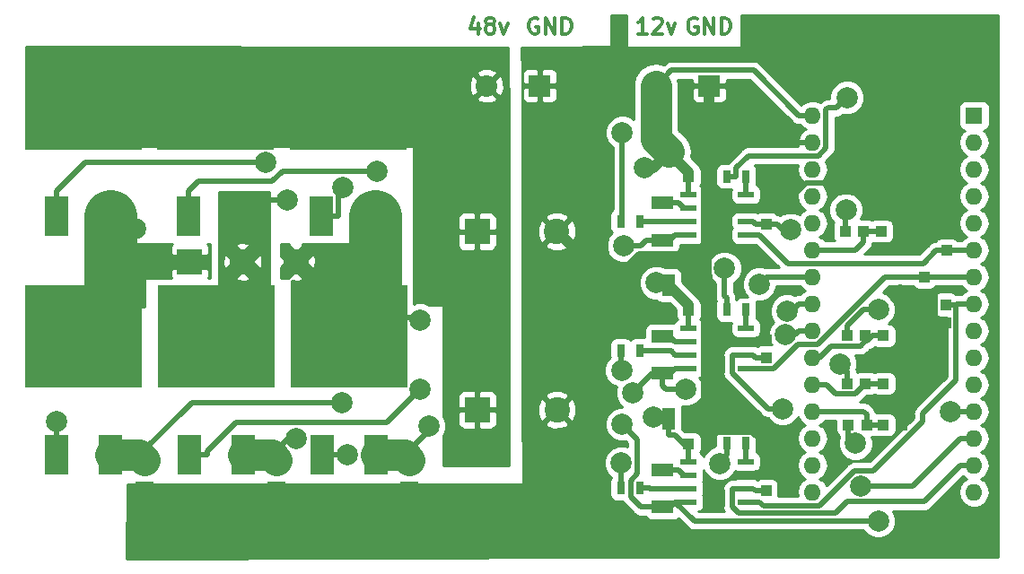
<source format=gbr>
G04 #@! TF.GenerationSoftware,KiCad,Pcbnew,5.0.0*
G04 #@! TF.CreationDate,2018-12-31T10:44:11-05:00*
G04 #@! TF.ProjectId,controller,636F6E74726F6C6C65722E6B69636164,rev?*
G04 #@! TF.SameCoordinates,Original*
G04 #@! TF.FileFunction,Copper,L1,Top,Signal*
G04 #@! TF.FilePolarity,Positive*
%FSLAX46Y46*%
G04 Gerber Fmt 4.6, Leading zero omitted, Abs format (unit mm)*
G04 Created by KiCad (PCBNEW 5.0.0) date Mon Dec 31 10:44:11 2018*
%MOMM*%
%LPD*%
G01*
G04 APERTURE LIST*
G04 #@! TA.AperFunction,NonConductor*
%ADD10C,0.300000*%
G04 #@! TD*
G04 #@! TA.AperFunction,SMDPad,CuDef*
%ADD11R,1.099820X0.998220*%
G04 #@! TD*
G04 #@! TA.AperFunction,ComponentPad*
%ADD12C,2.032000*%
G04 #@! TD*
G04 #@! TA.AperFunction,ComponentPad*
%ADD13R,2.032000X2.032000*%
G04 #@! TD*
G04 #@! TA.AperFunction,SMDPad,CuDef*
%ADD14R,2.059940X1.270000*%
G04 #@! TD*
G04 #@! TA.AperFunction,SMDPad,CuDef*
%ADD15R,1.270000X2.059940*%
G04 #@! TD*
G04 #@! TA.AperFunction,SMDPad,CuDef*
%ADD16R,0.797560X1.198880*%
G04 #@! TD*
G04 #@! TA.AperFunction,SMDPad,CuDef*
%ADD17R,0.998220X1.099820*%
G04 #@! TD*
G04 #@! TA.AperFunction,SMDPad,CuDef*
%ADD18R,1.550000X0.600000*%
G04 #@! TD*
G04 #@! TA.AperFunction,ComponentPad*
%ADD19R,1.600000X1.600000*%
G04 #@! TD*
G04 #@! TA.AperFunction,ComponentPad*
%ADD20O,1.600000X1.600000*%
G04 #@! TD*
G04 #@! TA.AperFunction,ComponentPad*
%ADD21R,2.413000X2.413000*%
G04 #@! TD*
G04 #@! TA.AperFunction,ComponentPad*
%ADD22C,2.413000*%
G04 #@! TD*
G04 #@! TA.AperFunction,SMDPad,CuDef*
%ADD23R,1.798320X1.597660*%
G04 #@! TD*
G04 #@! TA.AperFunction,SMDPad,CuDef*
%ADD24R,2.319020X3.810000*%
G04 #@! TD*
G04 #@! TA.AperFunction,SMDPad,CuDef*
%ADD25R,10.998200X9.649460*%
G04 #@! TD*
G04 #@! TA.AperFunction,ComponentPad*
%ADD26C,2.400000*%
G04 #@! TD*
G04 #@! TA.AperFunction,ComponentPad*
%ADD27R,2.400000X2.400000*%
G04 #@! TD*
G04 #@! TA.AperFunction,ViaPad*
%ADD28C,2.000000*%
G04 #@! TD*
G04 #@! TA.AperFunction,Conductor*
%ADD29C,0.500000*%
G04 #@! TD*
G04 #@! TA.AperFunction,Conductor*
%ADD30C,1.000000*%
G04 #@! TD*
G04 #@! TA.AperFunction,Conductor*
%ADD31C,3.000000*%
G04 #@! TD*
G04 #@! TA.AperFunction,Conductor*
%ADD32C,5.000000*%
G04 #@! TD*
G04 #@! TA.AperFunction,Conductor*
%ADD33C,0.254000*%
G04 #@! TD*
G04 APERTURE END LIST*
D10*
X76460000Y-21318571D02*
X76460000Y-22318571D01*
X76102857Y-20747142D02*
X75745714Y-21818571D01*
X76674285Y-21818571D01*
X77460000Y-21461428D02*
X77317142Y-21390000D01*
X77245714Y-21318571D01*
X77174285Y-21175714D01*
X77174285Y-21104285D01*
X77245714Y-20961428D01*
X77317142Y-20890000D01*
X77460000Y-20818571D01*
X77745714Y-20818571D01*
X77888571Y-20890000D01*
X77960000Y-20961428D01*
X78031428Y-21104285D01*
X78031428Y-21175714D01*
X77960000Y-21318571D01*
X77888571Y-21390000D01*
X77745714Y-21461428D01*
X77460000Y-21461428D01*
X77317142Y-21532857D01*
X77245714Y-21604285D01*
X77174285Y-21747142D01*
X77174285Y-22032857D01*
X77245714Y-22175714D01*
X77317142Y-22247142D01*
X77460000Y-22318571D01*
X77745714Y-22318571D01*
X77888571Y-22247142D01*
X77960000Y-22175714D01*
X78031428Y-22032857D01*
X78031428Y-21747142D01*
X77960000Y-21604285D01*
X77888571Y-21532857D01*
X77745714Y-21461428D01*
X78531428Y-21318571D02*
X78888571Y-22318571D01*
X79245714Y-21318571D01*
X82117142Y-20890000D02*
X81974285Y-20818571D01*
X81760000Y-20818571D01*
X81545714Y-20890000D01*
X81402857Y-21032857D01*
X81331428Y-21175714D01*
X81260000Y-21461428D01*
X81260000Y-21675714D01*
X81331428Y-21961428D01*
X81402857Y-22104285D01*
X81545714Y-22247142D01*
X81760000Y-22318571D01*
X81902857Y-22318571D01*
X82117142Y-22247142D01*
X82188571Y-22175714D01*
X82188571Y-21675714D01*
X81902857Y-21675714D01*
X82831428Y-22318571D02*
X82831428Y-20818571D01*
X83688571Y-22318571D01*
X83688571Y-20818571D01*
X84402857Y-22318571D02*
X84402857Y-20818571D01*
X84760000Y-20818571D01*
X84974285Y-20890000D01*
X85117142Y-21032857D01*
X85188571Y-21175714D01*
X85260000Y-21461428D01*
X85260000Y-21675714D01*
X85188571Y-21961428D01*
X85117142Y-22104285D01*
X84974285Y-22247142D01*
X84760000Y-22318571D01*
X84402857Y-22318571D01*
X97117142Y-20890000D02*
X96974285Y-20818571D01*
X96760000Y-20818571D01*
X96545714Y-20890000D01*
X96402857Y-21032857D01*
X96331428Y-21175714D01*
X96260000Y-21461428D01*
X96260000Y-21675714D01*
X96331428Y-21961428D01*
X96402857Y-22104285D01*
X96545714Y-22247142D01*
X96760000Y-22318571D01*
X96902857Y-22318571D01*
X97117142Y-22247142D01*
X97188571Y-22175714D01*
X97188571Y-21675714D01*
X96902857Y-21675714D01*
X97831428Y-22318571D02*
X97831428Y-20818571D01*
X98688571Y-22318571D01*
X98688571Y-20818571D01*
X99402857Y-22318571D02*
X99402857Y-20818571D01*
X99760000Y-20818571D01*
X99974285Y-20890000D01*
X100117142Y-21032857D01*
X100188571Y-21175714D01*
X100260000Y-21461428D01*
X100260000Y-21675714D01*
X100188571Y-21961428D01*
X100117142Y-22104285D01*
X99974285Y-22247142D01*
X99760000Y-22318571D01*
X99402857Y-22318571D01*
X92402857Y-22318571D02*
X91545714Y-22318571D01*
X91974285Y-22318571D02*
X91974285Y-20818571D01*
X91831428Y-21032857D01*
X91688571Y-21175714D01*
X91545714Y-21247142D01*
X92974285Y-20961428D02*
X93045714Y-20890000D01*
X93188571Y-20818571D01*
X93545714Y-20818571D01*
X93688571Y-20890000D01*
X93760000Y-20961428D01*
X93831428Y-21104285D01*
X93831428Y-21247142D01*
X93760000Y-21461428D01*
X92902857Y-22318571D01*
X93831428Y-22318571D01*
X94331428Y-21318571D02*
X94688571Y-22318571D01*
X95045714Y-21318571D01*
D11*
G04 #@! TO.P,R1,1*
G04 #@! TO.N,/PHASE_1*
X111411640Y-59240000D03*
G04 #@! TO.P,R1,2*
G04 #@! TO.N,/PHASE_1_SENSE*
X113108360Y-59240000D03*
G04 #@! TD*
D12*
G04 #@! TO.P,J2,2*
G04 #@! TO.N,+12V*
X93261280Y-27240000D03*
D13*
G04 #@! TO.P,J2,1*
G04 #@! TO.N,GND*
X98260000Y-27240000D03*
G04 #@! TD*
D14*
G04 #@! TO.P,C5,1*
G04 #@! TO.N,Net-(C5-Pad1)*
X93860000Y-38287400D03*
G04 #@! TO.P,C5,2*
G04 #@! TO.N,/PHASE_1*
X93860000Y-41792600D03*
G04 #@! TD*
D15*
G04 #@! TO.P,C7,2*
G04 #@! TO.N,GND*
X97962600Y-33490000D03*
G04 #@! TO.P,C7,1*
G04 #@! TO.N,+12V*
X94457400Y-33490000D03*
G04 #@! TD*
D11*
G04 #@! TO.P,R5,2*
G04 #@! TO.N,/PHASE_3_SENSE*
X113008360Y-50840000D03*
G04 #@! TO.P,R5,1*
G04 #@! TO.N,/PHASE_3*
X111311640Y-50840000D03*
G04 #@! TD*
D15*
G04 #@! TO.P,C15,2*
G04 #@! TO.N,GND*
X97962600Y-58690000D03*
G04 #@! TO.P,C15,1*
G04 #@! TO.N,+12V*
X94457400Y-58690000D03*
G04 #@! TD*
D11*
G04 #@! TO.P,C14,2*
G04 #@! TO.N,GND*
X98033360Y-61015000D03*
G04 #@! TO.P,C14,1*
G04 #@! TO.N,+12V*
X96336640Y-61015000D03*
G04 #@! TD*
D16*
G04 #@! TO.P,R20,1*
G04 #@! TO.N,/sheet5BA85AF7/PHASE_HI*
X89935840Y-65240000D03*
G04 #@! TO.P,R20,2*
G04 #@! TO.N,Net-(R20-Pad2)*
X91734160Y-65240000D03*
G04 #@! TD*
D11*
G04 #@! TO.P,R2,1*
G04 #@! TO.N,/PHASE_1_SENSE*
X114711640Y-59240000D03*
G04 #@! TO.P,R2,2*
G04 #@! TO.N,GND*
X116408360Y-59240000D03*
G04 #@! TD*
G04 #@! TO.P,R4,1*
G04 #@! TO.N,/PHASE_2_SENSE*
X114711640Y-55340000D03*
G04 #@! TO.P,R4,2*
G04 #@! TO.N,GND*
X116408360Y-55340000D03*
G04 #@! TD*
D15*
G04 #@! TO.P,C11,2*
G04 #@! TO.N,GND*
X97962600Y-46090000D03*
G04 #@! TO.P,C11,1*
G04 #@! TO.N,+12V*
X94457400Y-46090000D03*
G04 #@! TD*
D17*
G04 #@! TO.P,R12,2*
G04 #@! TO.N,/PHASE_HIGH_IN_2*
X118560000Y-45291640D03*
G04 #@! TO.P,R12,1*
G04 #@! TO.N,GND*
X118560000Y-46988360D03*
G04 #@! TD*
D11*
G04 #@! TO.P,R3,2*
G04 #@! TO.N,/PHASE_2_SENSE*
X113008360Y-55340000D03*
G04 #@! TO.P,R3,1*
G04 #@! TO.N,/PHASE_2*
X111311640Y-55340000D03*
G04 #@! TD*
D17*
G04 #@! TO.P,R18,1*
G04 #@! TO.N,/PHASE_LOW_IN_3*
X103660000Y-65488360D03*
G04 #@! TO.P,R18,2*
G04 #@! TO.N,GND*
X103660000Y-63791640D03*
G04 #@! TD*
D16*
G04 #@! TO.P,R14,1*
G04 #@! TO.N,Net-(R14-Pad1)*
X101709160Y-48390000D03*
G04 #@! TO.P,R14,2*
G04 #@! TO.N,/sheet5BA85ABD/PHASE_L*
X99910840Y-48390000D03*
G04 #@! TD*
D18*
G04 #@! TO.P,U2,8*
G04 #@! TO.N,Net-(R14-Pad1)*
X101735000Y-50110000D03*
G04 #@! TO.P,U2,7*
G04 #@! TO.N,GND*
X101735000Y-51380000D03*
G04 #@! TO.P,U2,6*
G04 #@! TO.N,/PHASE_LOW_IN_2*
X101735000Y-52650000D03*
G04 #@! TO.P,U2,5*
G04 #@! TO.N,/PHASE_HIGH_IN_2*
X101735000Y-53920000D03*
G04 #@! TO.P,U2,4*
G04 #@! TO.N,/PHASE_2*
X96335000Y-53920000D03*
G04 #@! TO.P,U2,3*
G04 #@! TO.N,Net-(R15-Pad2)*
X96335000Y-52650000D03*
G04 #@! TO.P,U2,2*
G04 #@! TO.N,Net-(C9-Pad1)*
X96335000Y-51380000D03*
G04 #@! TO.P,U2,1*
G04 #@! TO.N,+12V*
X96335000Y-50110000D03*
G04 #@! TD*
G04 #@! TO.P,U3,8*
G04 #@! TO.N,Net-(R19-Pad1)*
X101735000Y-62710000D03*
G04 #@! TO.P,U3,7*
G04 #@! TO.N,GND*
X101735000Y-63980000D03*
G04 #@! TO.P,U3,6*
G04 #@! TO.N,/PHASE_LOW_IN_3*
X101735000Y-65250000D03*
G04 #@! TO.P,U3,5*
G04 #@! TO.N,/PHASE_HIGH_IN_3*
X101735000Y-66520000D03*
G04 #@! TO.P,U3,4*
G04 #@! TO.N,/PHASE_3*
X96335000Y-66520000D03*
G04 #@! TO.P,U3,3*
G04 #@! TO.N,Net-(R20-Pad2)*
X96335000Y-65250000D03*
G04 #@! TO.P,U3,2*
G04 #@! TO.N,Net-(C13-Pad1)*
X96335000Y-63980000D03*
G04 #@! TO.P,U3,1*
G04 #@! TO.N,+12V*
X96335000Y-62710000D03*
G04 #@! TD*
G04 #@! TO.P,U1,1*
G04 #@! TO.N,+12V*
X96335000Y-37510000D03*
G04 #@! TO.P,U1,2*
G04 #@! TO.N,Net-(C5-Pad1)*
X96335000Y-38780000D03*
G04 #@! TO.P,U1,3*
G04 #@! TO.N,Net-(R10-Pad2)*
X96335000Y-40050000D03*
G04 #@! TO.P,U1,4*
G04 #@! TO.N,/PHASE_1*
X96335000Y-41320000D03*
G04 #@! TO.P,U1,5*
G04 #@! TO.N,/PHASE_HIGH_IN_1*
X101735000Y-41320000D03*
G04 #@! TO.P,U1,6*
G04 #@! TO.N,/PHASE_LOW_IN_1*
X101735000Y-40050000D03*
G04 #@! TO.P,U1,7*
G04 #@! TO.N,GND*
X101735000Y-38780000D03*
G04 #@! TO.P,U1,8*
G04 #@! TO.N,Net-(R9-Pad1)*
X101735000Y-37510000D03*
G04 #@! TD*
D19*
G04 #@! TO.P,A1,1*
G04 #@! TO.N,Net-(A1-Pad1)*
X123260000Y-30040000D03*
D20*
G04 #@! TO.P,A1,17*
G04 #@! TO.N,Net-(A1-Pad17)*
X108020000Y-63060000D03*
G04 #@! TO.P,A1,2*
G04 #@! TO.N,Net-(A1-Pad2)*
X123260000Y-32580000D03*
G04 #@! TO.P,A1,18*
G04 #@! TO.N,Net-(A1-Pad18)*
X108020000Y-60520000D03*
G04 #@! TO.P,A1,3*
G04 #@! TO.N,Net-(A1-Pad3)*
X123260000Y-35120000D03*
G04 #@! TO.P,A1,19*
G04 #@! TO.N,/PHASE_1_SENSE*
X108020000Y-57980000D03*
G04 #@! TO.P,A1,4*
G04 #@! TO.N,Net-(A1-Pad4)*
X123260000Y-37660000D03*
G04 #@! TO.P,A1,20*
G04 #@! TO.N,/PHASE_2_SENSE*
X108020000Y-55440000D03*
G04 #@! TO.P,A1,5*
G04 #@! TO.N,Net-(A1-Pad5)*
X123260000Y-40200000D03*
G04 #@! TO.P,A1,21*
G04 #@! TO.N,/PHASE_3_SENSE*
X108020000Y-52900000D03*
G04 #@! TO.P,A1,6*
G04 #@! TO.N,/PHASE_HIGH_IN_1*
X123260000Y-42740000D03*
G04 #@! TO.P,A1,22*
G04 #@! TO.N,/CURRENT_1*
X108020000Y-50360000D03*
G04 #@! TO.P,A1,7*
G04 #@! TO.N,/PHASE_HIGH_IN_2*
X123260000Y-45280000D03*
G04 #@! TO.P,A1,23*
G04 #@! TO.N,/CURRENT_2*
X108020000Y-47820000D03*
G04 #@! TO.P,A1,8*
G04 #@! TO.N,/PHASE_HIGH_IN_3*
X123260000Y-47820000D03*
G04 #@! TO.P,A1,24*
G04 #@! TO.N,/CURRENT_3*
X108020000Y-45280000D03*
G04 #@! TO.P,A1,9*
G04 #@! TO.N,Net-(A1-Pad9)*
X123260000Y-50360000D03*
G04 #@! TO.P,A1,25*
G04 #@! TO.N,/48V_SENSE*
X108020000Y-42740000D03*
G04 #@! TO.P,A1,10*
G04 #@! TO.N,Net-(A1-Pad10)*
X123260000Y-52900000D03*
G04 #@! TO.P,A1,26*
G04 #@! TO.N,Net-(A1-Pad26)*
X108020000Y-40200000D03*
G04 #@! TO.P,A1,11*
G04 #@! TO.N,Net-(A1-Pad11)*
X123260000Y-55440000D03*
G04 #@! TO.P,A1,27*
G04 #@! TO.N,Net-(A1-Pad27)*
X108020000Y-37660000D03*
G04 #@! TO.P,A1,12*
G04 #@! TO.N,/PHASE_LOW_IN_1*
X123260000Y-57980000D03*
G04 #@! TO.P,A1,28*
G04 #@! TO.N,Net-(A1-Pad28)*
X108020000Y-35120000D03*
G04 #@! TO.P,A1,13*
G04 #@! TO.N,/PHASE_LOW_IN_2*
X123260000Y-60520000D03*
G04 #@! TO.P,A1,29*
G04 #@! TO.N,GND*
X108020000Y-32580000D03*
G04 #@! TO.P,A1,14*
G04 #@! TO.N,/PHASE_LOW_IN_3*
X123260000Y-63060000D03*
G04 #@! TO.P,A1,30*
G04 #@! TO.N,+12V*
X108020000Y-30040000D03*
G04 #@! TO.P,A1,15*
G04 #@! TO.N,Net-(A1-Pad15)*
X123260000Y-65600000D03*
G04 #@! TO.P,A1,16*
G04 #@! TO.N,Net-(A1-Pad16)*
X108020000Y-65600000D03*
G04 #@! TD*
D14*
G04 #@! TO.P,C13,2*
G04 #@! TO.N,/PHASE_3*
X93860000Y-66992600D03*
G04 #@! TO.P,C13,1*
G04 #@! TO.N,Net-(C13-Pad1)*
X93860000Y-63487400D03*
G04 #@! TD*
G04 #@! TO.P,C9,1*
G04 #@! TO.N,Net-(C9-Pad1)*
X93860000Y-50887400D03*
G04 #@! TO.P,C9,2*
G04 #@! TO.N,/PHASE_2*
X93860000Y-54392600D03*
G04 #@! TD*
D16*
G04 #@! TO.P,R19,2*
G04 #@! TO.N,/sheet5BA85AF7/PHASE_L*
X99910840Y-60990000D03*
G04 #@! TO.P,R19,1*
G04 #@! TO.N,Net-(R19-Pad1)*
X101709160Y-60990000D03*
G04 #@! TD*
G04 #@! TO.P,R10,2*
G04 #@! TO.N,Net-(R10-Pad2)*
X91734160Y-40040000D03*
G04 #@! TO.P,R10,1*
G04 #@! TO.N,/Sheet5BA83292/PHASE_HI*
X89935840Y-40040000D03*
G04 #@! TD*
G04 #@! TO.P,R9,1*
G04 #@! TO.N,Net-(R9-Pad1)*
X101709160Y-35790000D03*
G04 #@! TO.P,R9,2*
G04 #@! TO.N,/Sheet5BA83292/PHASE_L*
X99910840Y-35790000D03*
G04 #@! TD*
G04 #@! TO.P,R15,2*
G04 #@! TO.N,Net-(R15-Pad2)*
X91734160Y-52240000D03*
G04 #@! TO.P,R15,1*
G04 #@! TO.N,/sheet5BA85ABD/PHASE_HI*
X89935840Y-52240000D03*
G04 #@! TD*
D11*
G04 #@! TO.P,C6,1*
G04 #@! TO.N,+12V*
X96336640Y-35815000D03*
G04 #@! TO.P,C6,2*
G04 #@! TO.N,GND*
X98033360Y-35815000D03*
G04 #@! TD*
G04 #@! TO.P,C10,2*
G04 #@! TO.N,GND*
X98033360Y-48415000D03*
G04 #@! TO.P,C10,1*
G04 #@! TO.N,+12V*
X96336640Y-48415000D03*
G04 #@! TD*
G04 #@! TO.P,R6,1*
G04 #@! TO.N,/PHASE_3_SENSE*
X114711640Y-50840000D03*
G04 #@! TO.P,R6,2*
G04 #@! TO.N,GND*
X116408360Y-50840000D03*
G04 #@! TD*
D17*
G04 #@! TO.P,R7,2*
G04 #@! TO.N,/PHASE_HIGH_IN_1*
X120660000Y-42788360D03*
G04 #@! TO.P,R7,1*
G04 #@! TO.N,GND*
X120660000Y-41091640D03*
G04 #@! TD*
G04 #@! TO.P,R8,1*
G04 #@! TO.N,/PHASE_LOW_IN_1*
X103660000Y-40288360D03*
G04 #@! TO.P,R8,2*
G04 #@! TO.N,GND*
X103660000Y-38591640D03*
G04 #@! TD*
G04 #@! TO.P,R13,2*
G04 #@! TO.N,GND*
X103660000Y-51191640D03*
G04 #@! TO.P,R13,1*
G04 #@! TO.N,/PHASE_LOW_IN_2*
X103660000Y-52888360D03*
G04 #@! TD*
G04 #@! TO.P,R17,1*
G04 #@! TO.N,GND*
X120560000Y-49588360D03*
G04 #@! TO.P,R17,2*
G04 #@! TO.N,/PHASE_HIGH_IN_3*
X120560000Y-47891640D03*
G04 #@! TD*
D11*
G04 #@! TO.P,R22,1*
G04 #@! TO.N,+48V*
X111111640Y-40963900D03*
G04 #@! TO.P,R22,2*
G04 #@! TO.N,/48V_SENSE*
X112808360Y-40963900D03*
G04 #@! TD*
G04 #@! TO.P,R23,2*
G04 #@! TO.N,GND*
X116171360Y-40963900D03*
G04 #@! TO.P,R23,1*
G04 #@! TO.N,/48V_SENSE*
X114474640Y-40963900D03*
G04 #@! TD*
D21*
G04 #@! TO.P,J1,1*
G04 #@! TO.N,/PHASE_1*
X49260000Y-43840000D03*
D22*
G04 #@! TO.P,J1,2*
G04 #@! TO.N,/PHASE_2*
X54258720Y-43840000D03*
G04 #@! TO.P,J1,3*
G04 #@! TO.N,/PHASE_3*
X59259980Y-43840000D03*
G04 #@! TD*
D23*
G04 #@! TO.P,R11,1*
G04 #@! TO.N,GND*
X44960000Y-65339540D03*
G04 #@! TO.P,R11,2*
G04 #@! TO.N,/CURRENT_1*
X44960000Y-62540460D03*
G04 #@! TD*
G04 #@! TO.P,R21,2*
G04 #@! TO.N,/CURRENT_3*
X69960000Y-62540460D03*
G04 #@! TO.P,R21,1*
G04 #@! TO.N,GND*
X69960000Y-65339540D03*
G04 #@! TD*
G04 #@! TO.P,R16,1*
G04 #@! TO.N,GND*
X57460000Y-65339540D03*
G04 #@! TO.P,R16,2*
G04 #@! TO.N,/CURRENT_2*
X57460000Y-62540460D03*
G04 #@! TD*
D15*
G04 #@! TO.P,C8,2*
G04 #@! TO.N,GND*
X82112600Y-54340000D03*
G04 #@! TO.P,C8,1*
G04 #@! TO.N,+48V*
X78607400Y-54340000D03*
G04 #@! TD*
D24*
G04 #@! TO.P,Q1,1*
G04 #@! TO.N,/Sheet5BA83292/PHASE_HI*
X36660000Y-39583420D03*
D25*
G04 #@! TO.P,Q1,2*
G04 #@! TO.N,+48V*
X39200000Y-28415040D03*
D24*
G04 #@! TO.P,Q1,3*
G04 #@! TO.N,/PHASE_1*
X41740000Y-39583420D03*
G04 #@! TD*
D15*
G04 #@! TO.P,C16,2*
G04 #@! TO.N,GND*
X82112600Y-44840000D03*
G04 #@! TO.P,C16,1*
G04 #@! TO.N,+48V*
X78607400Y-44840000D03*
G04 #@! TD*
G04 #@! TO.P,C12,2*
G04 #@! TO.N,GND*
X82112600Y-49640000D03*
G04 #@! TO.P,C12,1*
G04 #@! TO.N,+48V*
X78607400Y-49640000D03*
G04 #@! TD*
D13*
G04 #@! TO.P,J3,1*
G04 #@! TO.N,GND*
X82259000Y-27240000D03*
D12*
G04 #@! TO.P,J3,2*
G04 #@! TO.N,+48V*
X77260280Y-27240000D03*
G04 #@! TD*
D24*
G04 #@! TO.P,Q6,1*
G04 #@! TO.N,/sheet5BA85AF7/PHASE_L*
X61720000Y-62083420D03*
D25*
G04 #@! TO.P,Q6,2*
G04 #@! TO.N,/PHASE_3*
X64260000Y-50915040D03*
D24*
G04 #@! TO.P,Q6,3*
G04 #@! TO.N,/CURRENT_3*
X66800000Y-62083420D03*
G04 #@! TD*
G04 #@! TO.P,Q5,3*
G04 #@! TO.N,/PHASE_3*
X66740000Y-39583420D03*
D25*
G04 #@! TO.P,Q5,2*
G04 #@! TO.N,+48V*
X64200000Y-28415040D03*
D24*
G04 #@! TO.P,Q5,1*
G04 #@! TO.N,/sheet5BA85AF7/PHASE_HI*
X61660000Y-39583420D03*
G04 #@! TD*
G04 #@! TO.P,Q4,1*
G04 #@! TO.N,/sheet5BA85ABD/PHASE_L*
X49220000Y-62083420D03*
D25*
G04 #@! TO.P,Q4,2*
G04 #@! TO.N,/PHASE_2*
X51760000Y-50915040D03*
D24*
G04 #@! TO.P,Q4,3*
G04 #@! TO.N,/CURRENT_2*
X54300000Y-62083420D03*
G04 #@! TD*
G04 #@! TO.P,Q2,3*
G04 #@! TO.N,/CURRENT_1*
X41800000Y-62083420D03*
D25*
G04 #@! TO.P,Q2,2*
G04 #@! TO.N,/PHASE_1*
X39260000Y-50915040D03*
D24*
G04 #@! TO.P,Q2,1*
G04 #@! TO.N,/Sheet5BA83292/PHASE_L*
X36720000Y-62083420D03*
G04 #@! TD*
G04 #@! TO.P,Q3,1*
G04 #@! TO.N,/sheet5BA85ABD/PHASE_HI*
X49160000Y-39583420D03*
D25*
G04 #@! TO.P,Q3,2*
G04 #@! TO.N,+48V*
X51700000Y-28415040D03*
D24*
G04 #@! TO.P,Q3,3*
G04 #@! TO.N,/PHASE_2*
X54240000Y-39583420D03*
G04 #@! TD*
D26*
G04 #@! TO.P,C1,2*
G04 #@! TO.N,GND*
X83900000Y-57830000D03*
D27*
G04 #@! TO.P,C1,1*
G04 #@! TO.N,+48V*
X76400000Y-57830000D03*
G04 #@! TD*
G04 #@! TO.P,C2,1*
G04 #@! TO.N,+48V*
X76390000Y-40990000D03*
D26*
G04 #@! TO.P,C2,2*
G04 #@! TO.N,GND*
X83890000Y-40990000D03*
G04 #@! TD*
D28*
G04 #@! TO.N,/Sheet5BA83292/PHASE_HI*
X56398800Y-34473800D03*
X90075700Y-31640000D03*
G04 #@! TO.N,/Sheet5BA83292/PHASE_L*
X36720000Y-58977300D03*
X111260000Y-28340000D03*
G04 #@! TO.N,GND*
X116248500Y-46988400D03*
X117852300Y-42034300D03*
G04 #@! TO.N,+12V*
X92960000Y-58540000D03*
X92160000Y-34940000D03*
X93260000Y-45840000D03*
G04 #@! TO.N,/PHASE_3*
X90023800Y-59179900D03*
X70990000Y-49349000D03*
X114210400Y-48331100D03*
X114210400Y-68324500D03*
G04 #@! TO.N,/PHASE_LOW_IN_2*
X105215900Y-57713200D03*
X112535800Y-65033100D03*
G04 #@! TO.N,/PHASE_2*
X96079100Y-55857300D03*
X110585500Y-53510800D03*
X91060000Y-56240000D03*
X58460000Y-38040000D03*
G04 #@! TO.N,/PHASE_1*
X44152300Y-40761600D03*
X90190500Y-42325400D03*
X112076500Y-61006900D03*
G04 #@! TO.N,/PHASE_LOW_IN_1*
X105926300Y-40806000D03*
X121020000Y-57980000D03*
G04 #@! TO.N,+48V*
X111160000Y-38940000D03*
X45560000Y-27440000D03*
G04 #@! TO.N,/sheet5BA85AF7/PHASE_L*
X99234300Y-62873800D03*
X64089800Y-62083400D03*
G04 #@! TO.N,/sheet5BA85AF7/PHASE_HI*
X89981500Y-62856800D03*
X63690300Y-36796200D03*
G04 #@! TO.N,/sheet5BA85ABD/PHASE_L*
X99711500Y-44462300D03*
X71018100Y-55866100D03*
G04 #@! TO.N,/sheet5BA85ABD/PHASE_HI*
X66916300Y-35287600D03*
X90001900Y-54081400D03*
G04 #@! TO.N,/CURRENT_1*
X105470400Y-50699000D03*
X63587600Y-57133400D03*
G04 #@! TO.N,/CURRENT_2*
X105618900Y-48498600D03*
X59333400Y-60530800D03*
G04 #@! TO.N,/CURRENT_3*
X71830600Y-59344700D03*
X102987700Y-45945400D03*
G04 #@! TD*
D29*
G04 #@! TO.N,/Sheet5BA83292/PHASE_HI*
X36660000Y-37178400D02*
X39364600Y-34473800D01*
X39364600Y-34473800D02*
X56398800Y-34473800D01*
X36660000Y-39583400D02*
X36660000Y-37178400D01*
X90075700Y-39900140D02*
X89935840Y-40040000D01*
X90075700Y-31640000D02*
X90075700Y-39900140D01*
G04 #@! TO.N,/Sheet5BA83292/PHASE_L*
X100809600Y-35790000D02*
X100809600Y-35003500D01*
X100809600Y-35003500D02*
X101963100Y-33850000D01*
X101963100Y-33850000D02*
X108539000Y-33850000D01*
X108539000Y-33850000D02*
X109293800Y-33095200D01*
X109293800Y-33095200D02*
X109293800Y-29511200D01*
X99910800Y-35790000D02*
X100809600Y-35790000D01*
X36720000Y-58977300D02*
X36720000Y-62083400D01*
X109465001Y-29339999D02*
X109293800Y-29511200D01*
X110260001Y-29339999D02*
X109465001Y-29339999D01*
X111260000Y-28340000D02*
X110260001Y-29339999D01*
G04 #@! TO.N,GND*
X101735000Y-51380000D02*
X100460000Y-51380000D01*
X97963000Y-51806300D02*
X100033700Y-51806300D01*
X100033700Y-51806300D02*
X100460000Y-51380000D01*
D30*
X97963000Y-51806300D02*
X97963000Y-48485800D01*
X97963000Y-48485800D02*
X98033000Y-48415000D01*
X97963000Y-56956900D02*
X97963000Y-51806300D01*
D29*
X116408400Y-59240000D02*
X116408400Y-55340000D01*
X98033400Y-59910600D02*
X98033400Y-61015000D01*
X97963000Y-56956900D02*
X98033400Y-57027300D01*
X98033400Y-57027300D02*
X98033400Y-59910600D01*
X98033400Y-59910600D02*
X102334200Y-59910600D01*
X102334200Y-59910600D02*
X103660000Y-61236400D01*
X103660000Y-61236400D02*
X103660000Y-63791600D01*
X116408400Y-55340000D02*
X116408400Y-50840000D01*
X117852300Y-41091600D02*
X117852300Y-42034300D01*
X119660900Y-41091600D02*
X117852300Y-41091600D01*
X116248500Y-46988400D02*
X118560000Y-46988400D01*
D30*
X97963000Y-38780000D02*
X97963000Y-35885800D01*
X97963000Y-35885800D02*
X98033000Y-35815000D01*
D29*
X97963000Y-38780000D02*
X101735000Y-38780000D01*
X116408400Y-50840000D02*
X116408400Y-49840900D01*
X116408400Y-49840900D02*
X119308400Y-49840900D01*
X119308400Y-49840900D02*
X119560900Y-49588400D01*
X97963000Y-34290200D02*
X97962600Y-34289800D01*
X97962600Y-34289800D02*
X97962600Y-33490000D01*
D30*
X97963000Y-34290200D02*
X97963000Y-33490000D01*
X97963000Y-33490000D02*
X98260000Y-33192600D01*
X98260000Y-33192600D02*
X98260000Y-32066300D01*
X98033000Y-35815000D02*
X97963000Y-35744200D01*
X97963000Y-35744200D02*
X97963000Y-34290200D01*
D29*
X97963000Y-57823400D02*
X97962600Y-57823800D01*
X97962600Y-57823800D02*
X97962600Y-58690000D01*
D30*
X97963000Y-57823400D02*
X97963000Y-56956900D01*
X97963000Y-58690000D02*
X97963000Y-57823400D01*
D29*
X97963000Y-46090000D02*
X97962600Y-46090000D01*
X97963000Y-46090000D02*
X97963000Y-48345000D01*
X97963000Y-48345000D02*
X98033000Y-48415000D01*
X118560000Y-46988400D02*
X119559100Y-46988400D01*
X120560000Y-49588400D02*
X119560900Y-49588400D01*
X119560900Y-49588400D02*
X119560900Y-46990200D01*
X119560900Y-46990200D02*
X119559100Y-46988400D01*
X120660000Y-41091600D02*
X119660900Y-41091600D01*
X103660000Y-51191600D02*
X102660900Y-51191600D01*
X102660900Y-51191600D02*
X102472500Y-51380000D01*
X102472500Y-51380000D02*
X101735000Y-51380000D01*
X103660000Y-63791600D02*
X102660900Y-63791600D01*
X102660900Y-63791600D02*
X102472500Y-63980000D01*
X102472500Y-63980000D02*
X101735000Y-63980000D01*
X108020000Y-32580000D02*
X106720000Y-32580000D01*
X98260000Y-32066300D02*
X106206300Y-32066300D01*
X106206300Y-32066300D02*
X106720000Y-32580000D01*
D30*
X98260000Y-32066300D02*
X98260000Y-27240000D01*
D29*
X98033400Y-35815000D02*
X98033000Y-35815000D01*
X98033400Y-48415000D02*
X98033000Y-48415000D01*
X102472500Y-38780000D02*
X101735000Y-38780000D01*
X102660900Y-38591600D02*
X102472500Y-38780000D01*
X104659100Y-38591600D02*
X102660900Y-38591600D01*
X116171400Y-39964800D02*
X112616599Y-36409999D01*
X104701700Y-38549000D02*
X104659100Y-38591600D01*
X117724600Y-40963900D02*
X116171400Y-40963900D01*
X107419999Y-36409999D02*
X106363900Y-37466098D01*
X116171400Y-40963900D02*
X116171400Y-39964800D01*
X117852300Y-41091600D02*
X117724600Y-40963900D01*
X106363900Y-38910400D02*
X106002500Y-38549000D01*
X112616599Y-36409999D02*
X107419999Y-36409999D01*
X106363900Y-37466098D02*
X106363900Y-38910400D01*
X106002500Y-38549000D02*
X104701700Y-38549000D01*
D30*
X85089999Y-42189999D02*
X83890000Y-40990000D01*
X90191902Y-44840000D02*
X87740000Y-44840000D01*
X91691902Y-43340000D02*
X90191902Y-44840000D01*
X87740000Y-44840000D02*
X85089999Y-42189999D01*
X97963000Y-43340000D02*
X91691902Y-43340000D01*
X97963000Y-43340000D02*
X97963000Y-38780000D01*
X97963000Y-46090000D02*
X97963000Y-43340000D01*
D29*
G04 #@! TO.N,+12V*
X96337000Y-35592100D02*
X96336600Y-35592500D01*
X96336600Y-35592500D02*
X96336600Y-35815000D01*
D30*
X96337000Y-35592100D02*
X96337000Y-35369200D01*
X96337000Y-35369200D02*
X94457000Y-33490000D01*
X96337000Y-35815000D02*
X96337000Y-35592100D01*
D29*
X94457400Y-33490000D02*
X94457000Y-33490000D01*
X94457400Y-59455000D02*
X94457000Y-59454600D01*
X94457000Y-59454600D02*
X94457000Y-58690000D01*
X94457400Y-59455000D02*
X94457400Y-60220000D01*
X94457400Y-58690000D02*
X94457400Y-59455000D01*
D30*
X94457000Y-46090000D02*
X93510000Y-46090000D01*
X93510000Y-46090000D02*
X93260000Y-45840000D01*
X96337000Y-48415000D02*
X96337000Y-47969200D01*
X96337000Y-47969200D02*
X94457000Y-46090000D01*
D29*
X94457400Y-46090000D02*
X94457000Y-46090000D01*
X96336600Y-61514500D02*
X95042100Y-60220000D01*
X95042100Y-60220000D02*
X94457400Y-60220000D01*
X96336600Y-61514500D02*
X96336600Y-62014100D01*
X96336600Y-61015000D02*
X96336600Y-61514500D01*
X96336600Y-48914500D02*
X96337000Y-48914100D01*
X96337000Y-48914100D02*
X96337000Y-48415000D01*
X96336600Y-48914500D02*
X96336600Y-49414100D01*
X96336600Y-48415000D02*
X96336600Y-48914500D01*
X93261300Y-27240000D02*
X94727700Y-25773600D01*
X94727700Y-25773600D02*
X102453600Y-25773600D01*
X102453600Y-25773600D02*
X106720000Y-30040000D01*
X96335000Y-50110000D02*
X96335000Y-49415700D01*
X96335000Y-49415700D02*
X96336600Y-49414100D01*
X96335000Y-62710000D02*
X96335000Y-62015700D01*
X96335000Y-62015700D02*
X96336600Y-62014100D01*
X96336600Y-35815000D02*
X96336600Y-36814100D01*
X96335000Y-37510000D02*
X96335000Y-36815700D01*
X96335000Y-36815700D02*
X96336600Y-36814100D01*
X108020000Y-30040000D02*
X106720000Y-30040000D01*
X93261000Y-27798000D02*
X93261300Y-27797700D01*
X93261300Y-27797700D02*
X93261300Y-27240000D01*
D31*
X93261000Y-27798000D02*
X93261000Y-32293900D01*
X93261000Y-32293900D02*
X94457000Y-33490000D01*
X93261000Y-27240000D02*
X93261000Y-27798000D01*
D30*
X94457000Y-58690000D02*
X93110000Y-58690000D01*
X93110000Y-58690000D02*
X92960000Y-58540000D01*
X92160000Y-34940000D02*
X93007000Y-34940000D01*
X93007000Y-34940000D02*
X94457000Y-33490000D01*
D29*
G04 #@! TO.N,/PHASE_3*
X95060000Y-66520000D02*
X96864500Y-68324500D01*
X96864500Y-68324500D02*
X114210400Y-68324500D01*
X93860000Y-66992600D02*
X91810900Y-66992600D01*
X91810900Y-66992600D02*
X90848500Y-66030200D01*
X90848500Y-66030200D02*
X90848500Y-64490600D01*
X90848500Y-64490600D02*
X91453500Y-63885600D01*
X91453500Y-63885600D02*
X91453500Y-60609600D01*
X91453500Y-60609600D02*
X90023800Y-59179900D01*
X111311600Y-50840000D02*
X111311600Y-49840900D01*
X67604500Y-49152000D02*
X70793000Y-49152000D01*
X70793000Y-49152000D02*
X70990000Y-49349000D01*
X67604500Y-49152000D02*
X67994300Y-49541800D01*
X66740000Y-48287500D02*
X67604500Y-49152000D01*
X93860000Y-66992600D02*
X94587400Y-66992600D01*
X94587400Y-66992600D02*
X95060000Y-66520000D01*
X114210400Y-48331100D02*
X112821400Y-48331100D01*
X112821400Y-48331100D02*
X111311600Y-49840900D01*
X96335000Y-66520000D02*
X95060000Y-66520000D01*
D32*
X66740000Y-39583400D02*
X66740000Y-43540000D01*
D30*
X59260000Y-43840000D02*
X60466500Y-42633500D01*
X60466500Y-42633500D02*
X65833500Y-42633500D01*
X65833500Y-42633500D02*
X66740000Y-43540000D01*
D32*
X66740000Y-43540000D02*
X66740000Y-48287500D01*
X66740000Y-48287500D02*
X66740000Y-48435000D01*
X66740000Y-48435000D02*
X64260000Y-50915000D01*
D29*
G04 #@! TO.N,/PHASE_HIGH_IN_3*
X121556000Y-47891600D02*
X121556000Y-55062500D01*
X121556000Y-55062500D02*
X118402500Y-58216000D01*
X118402500Y-58216000D02*
X118402500Y-58944700D01*
X118402500Y-58944700D02*
X113764400Y-63582800D01*
X113764400Y-63582800D02*
X111935000Y-63582800D01*
X111935000Y-63582800D02*
X108638700Y-66879100D01*
X108638700Y-66879100D02*
X103369100Y-66879100D01*
X103369100Y-66879100D02*
X103010000Y-66520000D01*
X101735000Y-66520000D02*
X103010000Y-66520000D01*
X121556000Y-47891600D02*
X121559100Y-47891600D01*
X121509500Y-47891600D02*
X121556000Y-47891600D01*
X121359200Y-47891600D02*
X121509500Y-47891600D01*
X120560000Y-47891600D02*
X121359200Y-47891600D01*
X123260000Y-47820000D02*
X121630700Y-47820000D01*
X121630700Y-47820000D02*
X121559100Y-47891600D01*
G04 #@! TO.N,/PHASE_LOW_IN_3*
X100460000Y-65250000D02*
X100460000Y-67019900D01*
X100460000Y-67019900D02*
X101047100Y-67607000D01*
X101047100Y-67607000D02*
X110188400Y-67607000D01*
X110188400Y-67607000D02*
X111312000Y-66483400D01*
X111312000Y-66483400D02*
X118536600Y-66483400D01*
X118536600Y-66483400D02*
X121960000Y-63060000D01*
X123260000Y-63060000D02*
X121960000Y-63060000D01*
X101735000Y-65250000D02*
X100460000Y-65250000D01*
X102660900Y-65488400D02*
X102422500Y-65250000D01*
X102422500Y-65250000D02*
X101735000Y-65250000D01*
X103160500Y-65488400D02*
X103660000Y-65488400D01*
X103160500Y-65488400D02*
X102660900Y-65488400D01*
G04 #@! TO.N,/PHASE_LOW_IN_2*
X123260000Y-60520000D02*
X121960000Y-60520000D01*
X100460000Y-52650000D02*
X100460000Y-54366400D01*
X100460000Y-54366400D02*
X103806800Y-57713200D01*
X103806800Y-57713200D02*
X105215900Y-57713200D01*
X101735000Y-52650000D02*
X100460000Y-52650000D01*
X121960000Y-60520000D02*
X117446900Y-65033100D01*
X117446900Y-65033100D02*
X112535800Y-65033100D01*
X102660900Y-52888400D02*
X102422500Y-52650000D01*
X102422500Y-52650000D02*
X101735000Y-52650000D01*
X103660000Y-52888400D02*
X102660900Y-52888400D01*
G04 #@! TO.N,/PHASE_HIGH_IN_2*
X101735000Y-53920000D02*
X104372800Y-53920000D01*
X104372800Y-53920000D02*
X106662800Y-51630000D01*
X106662800Y-51630000D02*
X108531900Y-51630000D01*
X108531900Y-51630000D02*
X114870300Y-45291600D01*
X114870300Y-45291600D02*
X118560000Y-45291600D01*
X119059600Y-45291600D02*
X118560000Y-45291600D01*
X119059600Y-45291600D02*
X119559100Y-45291600D01*
X123260000Y-45280000D02*
X119570700Y-45280000D01*
X119570700Y-45280000D02*
X119559100Y-45291600D01*
G04 #@! TO.N,/PHASE_2*
X111311600Y-55340000D02*
X111311600Y-54236900D01*
X111311600Y-54236900D02*
X110585500Y-53510800D01*
X93860000Y-54392600D02*
X93860000Y-55527600D01*
X96079100Y-55857300D02*
X94189700Y-55857300D01*
X94189700Y-55857300D02*
X93860000Y-55527600D01*
X93860000Y-54392600D02*
X94587400Y-54392600D01*
X94587400Y-54392600D02*
X95060000Y-53920000D01*
X96335000Y-53920000D02*
X95060000Y-53920000D01*
X52565800Y-41977600D02*
X52411700Y-41823500D01*
D30*
X51660000Y-51015000D02*
X51760000Y-50915000D01*
D32*
X54258700Y-48416300D02*
X51760000Y-50915000D01*
D29*
X92907400Y-54392600D02*
X91060000Y-56240000D01*
X93860000Y-54392600D02*
X92907400Y-54392600D01*
X55783420Y-38040000D02*
X54240000Y-39583420D01*
X58460000Y-38040000D02*
X55783420Y-38040000D01*
G04 #@! TO.N,/PHASE_1*
X41740000Y-40761600D02*
X44152300Y-40761600D01*
D32*
X41740000Y-40761600D02*
X41740000Y-48435000D01*
X41740000Y-48435000D02*
X39260000Y-50915000D01*
X41740000Y-39583400D02*
X41740000Y-40761600D01*
D29*
X111411600Y-59240000D02*
X111411600Y-60342000D01*
X111411600Y-60342000D02*
X112076500Y-61006900D01*
X93860000Y-41792600D02*
X92330000Y-41792600D01*
X90190500Y-42325400D02*
X91797200Y-42325400D01*
X91797200Y-42325400D02*
X92330000Y-41792600D01*
X96335000Y-41320000D02*
X95060000Y-41320000D01*
X93860000Y-41792600D02*
X94587400Y-41792600D01*
X94587400Y-41792600D02*
X95060000Y-41320000D01*
X42918180Y-40761600D02*
X41740000Y-39583420D01*
X44152300Y-40761600D02*
X42918180Y-40761600D01*
G04 #@! TO.N,/PHASE_HIGH_IN_1*
X103010000Y-41320000D02*
X105700000Y-44010000D01*
X105700000Y-44010000D02*
X118439300Y-44010000D01*
X118439300Y-44010000D02*
X119660900Y-42788400D01*
X120660000Y-42788400D02*
X119660900Y-42788400D01*
X101735000Y-41320000D02*
X103010000Y-41320000D01*
X120660000Y-42788400D02*
X121659100Y-42788400D01*
X123260000Y-42740000D02*
X121707500Y-42740000D01*
X121707500Y-42740000D02*
X121659100Y-42788400D01*
G04 #@! TO.N,/PHASE_LOW_IN_1*
X123260000Y-57980000D02*
X121020000Y-57980000D01*
X103660000Y-40288400D02*
X104659100Y-40288400D01*
X105926300Y-40806000D02*
X105176700Y-40806000D01*
X105176700Y-40806000D02*
X104659100Y-40288400D01*
X102660900Y-40288400D02*
X102422500Y-40050000D01*
X102422500Y-40050000D02*
X101735000Y-40050000D01*
X103660000Y-40288400D02*
X102660900Y-40288400D01*
G04 #@! TO.N,/48V_SENSE*
X114474600Y-40963900D02*
X112808400Y-40963900D01*
X112808400Y-40963900D02*
X112808400Y-41963000D01*
X108020000Y-42740000D02*
X112031400Y-42740000D01*
X112031400Y-42740000D02*
X112808400Y-41963000D01*
G04 #@! TO.N,+48V*
X111111640Y-38988360D02*
X111160000Y-38940000D01*
X111111640Y-40963900D02*
X111111640Y-38988360D01*
G04 #@! TO.N,/sheet5BA85AF7/PHASE_L*
X61720000Y-62083400D02*
X64089800Y-62083400D01*
X99234300Y-62873800D02*
X99234300Y-62765900D01*
X99234300Y-62765900D02*
X99910800Y-62089400D01*
X99910800Y-60990000D02*
X99910800Y-62089400D01*
G04 #@! TO.N,/sheet5BA85AF7/PHASE_HI*
X89935800Y-65240000D02*
X89935800Y-62902500D01*
X89935800Y-62902500D02*
X89981500Y-62856800D01*
X61660000Y-39583400D02*
X63319500Y-39583400D01*
X63319500Y-39583400D02*
X63319500Y-37167000D01*
X63319500Y-37167000D02*
X63690300Y-36796200D01*
G04 #@! TO.N,/sheet5BA85ABD/PHASE_L*
X49220000Y-62083400D02*
X50879500Y-62083400D01*
X99711500Y-44462300D02*
X99711500Y-47091300D01*
X99711500Y-47091300D02*
X99910800Y-47290600D01*
X99910800Y-48390000D02*
X99910800Y-47290600D01*
X50879500Y-62083400D02*
X50879500Y-61772200D01*
X50879500Y-61772200D02*
X53589100Y-59062600D01*
X53589100Y-59062600D02*
X67821600Y-59062600D01*
X67821600Y-59062600D02*
X71018100Y-55866100D01*
G04 #@! TO.N,/sheet5BA85ABD/PHASE_HI*
X49160000Y-37178400D02*
X50051700Y-36286700D01*
X50051700Y-36286700D02*
X56999600Y-36286700D01*
X56999600Y-36286700D02*
X57998700Y-35287600D01*
X57998700Y-35287600D02*
X66916300Y-35287600D01*
X89935800Y-52240000D02*
X89935800Y-54015300D01*
X89935800Y-54015300D02*
X90001900Y-54081400D01*
X49160000Y-39583400D02*
X49160000Y-37178400D01*
G04 #@! TO.N,/CURRENT_1*
X106720000Y-50360000D02*
X106381000Y-50699000D01*
X106381000Y-50699000D02*
X105470400Y-50699000D01*
X44503000Y-62083400D02*
X49453000Y-57133400D01*
X49453000Y-57133400D02*
X63587600Y-57133400D01*
D31*
X44503000Y-62083400D02*
X44960000Y-62540500D01*
X41800000Y-62083400D02*
X44503000Y-62083400D01*
D29*
X108020000Y-50360000D02*
X106720000Y-50360000D01*
G04 #@! TO.N,/CURRENT_2*
X106720000Y-47820000D02*
X106041400Y-48498600D01*
X106041400Y-48498600D02*
X105618900Y-48498600D01*
X57003000Y-62083400D02*
X58555600Y-60530800D01*
X58555600Y-60530800D02*
X59333400Y-60530800D01*
X108020000Y-47820000D02*
X106720000Y-47820000D01*
D31*
X54300000Y-62083400D02*
X57003000Y-62083400D01*
X57003000Y-62083400D02*
X57460000Y-62540500D01*
D29*
G04 #@! TO.N,/CURRENT_3*
X108020000Y-45280000D02*
X103653100Y-45280000D01*
X103653100Y-45280000D02*
X102987700Y-45945400D01*
X69503000Y-62083400D02*
X71830500Y-59755900D01*
X71830500Y-59755900D02*
X71830500Y-59344700D01*
X71830500Y-59344700D02*
X71830600Y-59344700D01*
D31*
X66800000Y-62083400D02*
X69503000Y-62083400D01*
X69503000Y-62083400D02*
X69960000Y-62540500D01*
D29*
G04 #@! TO.N,Net-(R14-Pad1)*
X101735000Y-50110000D02*
X101709200Y-50084200D01*
X101709200Y-50084200D02*
X101709200Y-48390000D01*
G04 #@! TO.N,Net-(R15-Pad2)*
X96335000Y-52650000D02*
X95060000Y-52650000D01*
X91734200Y-52240000D02*
X94650000Y-52240000D01*
X94650000Y-52240000D02*
X95060000Y-52650000D01*
G04 #@! TO.N,Net-(C9-Pad1)*
X96335000Y-51380000D02*
X95060000Y-51380000D01*
X95060000Y-51380000D02*
X94567400Y-50887400D01*
X94567400Y-50887400D02*
X93860000Y-50887400D01*
G04 #@! TO.N,Net-(C13-Pad1)*
X93860000Y-63487400D02*
X95390000Y-63487400D01*
X96335000Y-63980000D02*
X95882600Y-63980000D01*
X95882600Y-63980000D02*
X95390000Y-63487400D01*
G04 #@! TO.N,Net-(R20-Pad2)*
X91734200Y-65240000D02*
X92633000Y-65240000D01*
X96335000Y-65250000D02*
X92643000Y-65250000D01*
X92643000Y-65250000D02*
X92633000Y-65240000D01*
G04 #@! TO.N,Net-(R19-Pad1)*
X101709200Y-60990000D02*
X101709200Y-62089400D01*
X101709200Y-62089400D02*
X101735000Y-62115200D01*
X101735000Y-62115200D02*
X101735000Y-62710000D01*
G04 #@! TO.N,Net-(C5-Pad1)*
X93860000Y-38287400D02*
X95390000Y-38287400D01*
X96335000Y-38780000D02*
X95882600Y-38780000D01*
X95882600Y-38780000D02*
X95390000Y-38287400D01*
G04 #@! TO.N,Net-(R10-Pad2)*
X96335000Y-40050000D02*
X95060000Y-40050000D01*
X91734200Y-40040000D02*
X95050000Y-40040000D01*
X95050000Y-40040000D02*
X95060000Y-40050000D01*
G04 #@! TO.N,Net-(R9-Pad1)*
X101735000Y-37510000D02*
X101709200Y-37484200D01*
X101709200Y-37484200D02*
X101709200Y-35790000D01*
G04 #@! TO.N,/PHASE_1_SENSE*
X114711600Y-59240000D02*
X113108400Y-59240000D01*
X113108400Y-59240000D02*
X113108400Y-58240900D01*
X108020000Y-57980000D02*
X112847500Y-57980000D01*
X112847500Y-57980000D02*
X113108400Y-58240900D01*
G04 #@! TO.N,/PHASE_2_SENSE*
X113008400Y-55340000D02*
X113661700Y-55340000D01*
X109320000Y-55440000D02*
X110169500Y-56289500D01*
X110169500Y-56289500D02*
X112058900Y-56289500D01*
X112058900Y-56289500D02*
X113008400Y-55340000D01*
X114711600Y-55340000D02*
X113661700Y-55340000D01*
X108020000Y-55440000D02*
X109320000Y-55440000D01*
G04 #@! TO.N,/PHASE_3_SENSE*
X113008400Y-51339500D02*
X112529400Y-51818500D01*
X112529400Y-51818500D02*
X109742800Y-51818500D01*
X109742800Y-51818500D02*
X108661300Y-52900000D01*
X108661300Y-52900000D02*
X108020000Y-52900000D01*
X113008400Y-51339500D02*
X113162200Y-51339500D01*
X113162200Y-51339500D02*
X113661700Y-50840000D01*
X114711600Y-50840000D02*
X113661700Y-50840000D01*
X113008400Y-50840000D02*
X113008400Y-51339500D01*
G04 #@! TD*
D33*
G04 #@! TO.N,GND*
G36*
X90475000Y-23670000D02*
X101330715Y-23670000D01*
X101330715Y-20575000D01*
X125525001Y-20575000D01*
X125525000Y-71713000D01*
X88760000Y-71713000D01*
X88759443Y-71713001D01*
X43288759Y-71912434D01*
X43385272Y-64867000D01*
X80560000Y-64867000D01*
X80608601Y-64857333D01*
X80649803Y-64829803D01*
X80677333Y-64788601D01*
X80687000Y-64739692D01*
X80681654Y-62531578D01*
X88346500Y-62531578D01*
X88346500Y-63182022D01*
X88595414Y-63782953D01*
X89045590Y-64233129D01*
X88938903Y-64392795D01*
X88889620Y-64640560D01*
X88889620Y-65839440D01*
X88938903Y-66087205D01*
X89079251Y-66297249D01*
X89289295Y-66437597D01*
X89537060Y-66486880D01*
X90089264Y-66486880D01*
X90210451Y-66668249D01*
X90284347Y-66717625D01*
X91123477Y-67556756D01*
X91172851Y-67630649D01*
X91246744Y-67680023D01*
X91246745Y-67680024D01*
X91295726Y-67712752D01*
X91465590Y-67826252D01*
X91723735Y-67877600D01*
X91723739Y-67877600D01*
X91810899Y-67894937D01*
X91898059Y-67877600D01*
X92233366Y-67877600D01*
X92372221Y-68085409D01*
X92582265Y-68225757D01*
X92830030Y-68275040D01*
X94889970Y-68275040D01*
X95137735Y-68225757D01*
X95347779Y-68085409D01*
X95358214Y-68069792D01*
X96177077Y-68888656D01*
X96226451Y-68962549D01*
X96300344Y-69011923D01*
X96300345Y-69011924D01*
X96411380Y-69086115D01*
X96519190Y-69158152D01*
X96777335Y-69209500D01*
X96777339Y-69209500D01*
X96864499Y-69226837D01*
X96951659Y-69209500D01*
X112807268Y-69209500D01*
X112824314Y-69250653D01*
X113284247Y-69710586D01*
X113885178Y-69959500D01*
X114535622Y-69959500D01*
X115136553Y-69710586D01*
X115596486Y-69250653D01*
X115845400Y-68649722D01*
X115845400Y-67999278D01*
X115596486Y-67398347D01*
X115566539Y-67368400D01*
X118449439Y-67368400D01*
X118536600Y-67385737D01*
X118623761Y-67368400D01*
X118623765Y-67368400D01*
X118881910Y-67317052D01*
X119174649Y-67121449D01*
X119224025Y-67047553D01*
X122206028Y-64065551D01*
X122225423Y-64094577D01*
X122577758Y-64330000D01*
X122225423Y-64565423D01*
X121908260Y-65040091D01*
X121796887Y-65600000D01*
X121908260Y-66159909D01*
X122225423Y-66634577D01*
X122700091Y-66951740D01*
X123118667Y-67035000D01*
X123401333Y-67035000D01*
X123819909Y-66951740D01*
X124294577Y-66634577D01*
X124611740Y-66159909D01*
X124723113Y-65600000D01*
X124611740Y-65040091D01*
X124294577Y-64565423D01*
X123942242Y-64330000D01*
X124294577Y-64094577D01*
X124611740Y-63619909D01*
X124723113Y-63060000D01*
X124611740Y-62500091D01*
X124294577Y-62025423D01*
X123942242Y-61790000D01*
X124294577Y-61554577D01*
X124611740Y-61079909D01*
X124723113Y-60520000D01*
X124611740Y-59960091D01*
X124294577Y-59485423D01*
X123942242Y-59250000D01*
X124294577Y-59014577D01*
X124611740Y-58539909D01*
X124723113Y-57980000D01*
X124611740Y-57420091D01*
X124294577Y-56945423D01*
X123942242Y-56710000D01*
X124294577Y-56474577D01*
X124611740Y-55999909D01*
X124723113Y-55440000D01*
X124611740Y-54880091D01*
X124294577Y-54405423D01*
X123942242Y-54170000D01*
X124294577Y-53934577D01*
X124611740Y-53459909D01*
X124723113Y-52900000D01*
X124611740Y-52340091D01*
X124294577Y-51865423D01*
X123942242Y-51630000D01*
X124294577Y-51394577D01*
X124611740Y-50919909D01*
X124723113Y-50360000D01*
X124611740Y-49800091D01*
X124294577Y-49325423D01*
X123942242Y-49090000D01*
X124294577Y-48854577D01*
X124611740Y-48379909D01*
X124723113Y-47820000D01*
X124611740Y-47260091D01*
X124294577Y-46785423D01*
X123942242Y-46550000D01*
X124294577Y-46314577D01*
X124611740Y-45839909D01*
X124723113Y-45280000D01*
X124611740Y-44720091D01*
X124294577Y-44245423D01*
X123942242Y-44010000D01*
X124294577Y-43774577D01*
X124611740Y-43299909D01*
X124723113Y-42740000D01*
X124611740Y-42180091D01*
X124294577Y-41705423D01*
X123942242Y-41470000D01*
X124294577Y-41234577D01*
X124611740Y-40759909D01*
X124723113Y-40200000D01*
X124611740Y-39640091D01*
X124294577Y-39165423D01*
X123942242Y-38930000D01*
X124294577Y-38694577D01*
X124611740Y-38219909D01*
X124723113Y-37660000D01*
X124611740Y-37100091D01*
X124294577Y-36625423D01*
X123942242Y-36390000D01*
X124294577Y-36154577D01*
X124611740Y-35679909D01*
X124723113Y-35120000D01*
X124611740Y-34560091D01*
X124294577Y-34085423D01*
X123942242Y-33850000D01*
X124294577Y-33614577D01*
X124611740Y-33139909D01*
X124723113Y-32580000D01*
X124611740Y-32020091D01*
X124294577Y-31545423D01*
X124173894Y-31464785D01*
X124307765Y-31438157D01*
X124517809Y-31297809D01*
X124658157Y-31087765D01*
X124707440Y-30840000D01*
X124707440Y-29240000D01*
X124658157Y-28992235D01*
X124517809Y-28782191D01*
X124307765Y-28641843D01*
X124060000Y-28592560D01*
X122460000Y-28592560D01*
X122212235Y-28641843D01*
X122002191Y-28782191D01*
X121861843Y-28992235D01*
X121812560Y-29240000D01*
X121812560Y-30840000D01*
X121861843Y-31087765D01*
X122002191Y-31297809D01*
X122212235Y-31438157D01*
X122346106Y-31464785D01*
X122225423Y-31545423D01*
X121908260Y-32020091D01*
X121796887Y-32580000D01*
X121908260Y-33139909D01*
X122225423Y-33614577D01*
X122577758Y-33850000D01*
X122225423Y-34085423D01*
X121908260Y-34560091D01*
X121796887Y-35120000D01*
X121908260Y-35679909D01*
X122225423Y-36154577D01*
X122577758Y-36390000D01*
X122225423Y-36625423D01*
X121908260Y-37100091D01*
X121796887Y-37660000D01*
X121908260Y-38219909D01*
X122225423Y-38694577D01*
X122577758Y-38930000D01*
X122225423Y-39165423D01*
X121908260Y-39640091D01*
X121796887Y-40200000D01*
X121908260Y-40759909D01*
X122225423Y-41234577D01*
X122577758Y-41470000D01*
X122225423Y-41705423D01*
X122125479Y-41855000D01*
X121794661Y-41855000D01*
X121707500Y-41837663D01*
X121661177Y-41846877D01*
X121616919Y-41780641D01*
X121406875Y-41640293D01*
X121159110Y-41591010D01*
X120160890Y-41591010D01*
X119913125Y-41640293D01*
X119703081Y-41780641D01*
X119628308Y-41892546D01*
X119573739Y-41903400D01*
X119573735Y-41903400D01*
X119315590Y-41954748D01*
X119268729Y-41986060D01*
X119096745Y-42100976D01*
X119096744Y-42100977D01*
X119022851Y-42150351D01*
X118973477Y-42224244D01*
X118072722Y-43125000D01*
X112897978Y-43125000D01*
X113372556Y-42650423D01*
X113446449Y-42601049D01*
X113551995Y-42443090D01*
X113642052Y-42308310D01*
X113646256Y-42287175D01*
X113690669Y-42063893D01*
X113924730Y-42110450D01*
X115024550Y-42110450D01*
X115272315Y-42061167D01*
X115482359Y-41920819D01*
X115622707Y-41710775D01*
X115671990Y-41463010D01*
X115671990Y-40464790D01*
X115622707Y-40217025D01*
X115482359Y-40006981D01*
X115272315Y-39866633D01*
X115024550Y-39817350D01*
X113924730Y-39817350D01*
X113676965Y-39866633D01*
X113641500Y-39890330D01*
X113606035Y-39866633D01*
X113358270Y-39817350D01*
X112566301Y-39817350D01*
X112795000Y-39265222D01*
X112795000Y-38614778D01*
X112546086Y-38013847D01*
X112086153Y-37553914D01*
X111485222Y-37305000D01*
X110834778Y-37305000D01*
X110233847Y-37553914D01*
X109773914Y-38013847D01*
X109525000Y-38614778D01*
X109525000Y-39265222D01*
X109773914Y-39866153D01*
X110028146Y-40120385D01*
X109963573Y-40217025D01*
X109914290Y-40464790D01*
X109914290Y-41463010D01*
X109963573Y-41710775D01*
X110059942Y-41855000D01*
X109154521Y-41855000D01*
X109054577Y-41705423D01*
X108702242Y-41470000D01*
X109054577Y-41234577D01*
X109371740Y-40759909D01*
X109483113Y-40200000D01*
X109371740Y-39640091D01*
X109054577Y-39165423D01*
X108702242Y-38930000D01*
X109054577Y-38694577D01*
X109371740Y-38219909D01*
X109483113Y-37660000D01*
X109371740Y-37100091D01*
X109054577Y-36625423D01*
X108702242Y-36390000D01*
X109054577Y-36154577D01*
X109371740Y-35679909D01*
X109483113Y-35120000D01*
X109371740Y-34560091D01*
X109255080Y-34385498D01*
X109857956Y-33782623D01*
X109931849Y-33733249D01*
X109985738Y-33652600D01*
X110094219Y-33490246D01*
X110127452Y-33440510D01*
X110178800Y-33182365D01*
X110178800Y-33182361D01*
X110196137Y-33095201D01*
X110178800Y-33008041D01*
X110178800Y-30226184D01*
X110260001Y-30242336D01*
X110347162Y-30224999D01*
X110347166Y-30224999D01*
X110605311Y-30173651D01*
X110898050Y-29978048D01*
X110907607Y-29963745D01*
X110934778Y-29975000D01*
X111585222Y-29975000D01*
X112186153Y-29726086D01*
X112646086Y-29266153D01*
X112895000Y-28665222D01*
X112895000Y-28014778D01*
X112646086Y-27413847D01*
X112186153Y-26953914D01*
X111585222Y-26705000D01*
X110934778Y-26705000D01*
X110333847Y-26953914D01*
X109873914Y-27413847D01*
X109625000Y-28014778D01*
X109625000Y-28454999D01*
X109552162Y-28454999D01*
X109465001Y-28437662D01*
X109377840Y-28454999D01*
X109377836Y-28454999D01*
X109119691Y-28506347D01*
X108826952Y-28701950D01*
X108777577Y-28775845D01*
X108750906Y-28802516D01*
X108579909Y-28688260D01*
X108161333Y-28605000D01*
X107878667Y-28605000D01*
X107460091Y-28688260D01*
X106985423Y-29005423D01*
X106966028Y-29034449D01*
X103141025Y-25209447D01*
X103091649Y-25135551D01*
X102798910Y-24939948D01*
X102540765Y-24888600D01*
X102540761Y-24888600D01*
X102453600Y-24871263D01*
X102366439Y-24888600D01*
X94814861Y-24888600D01*
X94727700Y-24871263D01*
X94640539Y-24888600D01*
X94640535Y-24888600D01*
X94382390Y-24939948D01*
X94163545Y-25086176D01*
X94163544Y-25086177D01*
X94089651Y-25135551D01*
X94040277Y-25209444D01*
X94032990Y-25216731D01*
X93261000Y-25063173D01*
X92427964Y-25228874D01*
X91721751Y-25700751D01*
X91249874Y-26406965D01*
X91126000Y-27029722D01*
X91126000Y-27587722D01*
X91126001Y-30378062D01*
X91001853Y-30253914D01*
X90400922Y-30005000D01*
X89750478Y-30005000D01*
X89149547Y-30253914D01*
X88689614Y-30713847D01*
X88440700Y-31314778D01*
X88440700Y-31965222D01*
X88689614Y-32566153D01*
X89149547Y-33026086D01*
X89190700Y-33043132D01*
X89190701Y-38908282D01*
X89079251Y-38982751D01*
X88938903Y-39192795D01*
X88889620Y-39440560D01*
X88889620Y-40639440D01*
X88938903Y-40887205D01*
X89079251Y-41097249D01*
X89095533Y-41108128D01*
X88804414Y-41399247D01*
X88555500Y-42000178D01*
X88555500Y-42650622D01*
X88804414Y-43251553D01*
X89264347Y-43711486D01*
X89865278Y-43960400D01*
X90515722Y-43960400D01*
X91116653Y-43711486D01*
X91576586Y-43251553D01*
X91593632Y-43210400D01*
X91710039Y-43210400D01*
X91797200Y-43227737D01*
X91884361Y-43210400D01*
X91884365Y-43210400D01*
X92142510Y-43159052D01*
X92435249Y-42963449D01*
X92451845Y-42938612D01*
X92582265Y-43025757D01*
X92830030Y-43075040D01*
X94889970Y-43075040D01*
X95137735Y-43025757D01*
X95347779Y-42885409D01*
X95488127Y-42675365D01*
X95537410Y-42427600D01*
X95537410Y-42262947D01*
X95560000Y-42267440D01*
X97110000Y-42267440D01*
X97357765Y-42218157D01*
X97567809Y-42077809D01*
X97708157Y-41867765D01*
X97757440Y-41620000D01*
X97757440Y-41020000D01*
X97708157Y-40772235D01*
X97649868Y-40685000D01*
X97708157Y-40597765D01*
X97757440Y-40350000D01*
X97757440Y-39750000D01*
X97708157Y-39502235D01*
X97649868Y-39415000D01*
X97708157Y-39327765D01*
X97757440Y-39080000D01*
X97757440Y-38480000D01*
X97708157Y-38232235D01*
X97649868Y-38145000D01*
X97708157Y-38057765D01*
X97757440Y-37810000D01*
X97757440Y-37210000D01*
X97708157Y-36962235D01*
X97567809Y-36752191D01*
X97422443Y-36655060D01*
X97484707Y-36561875D01*
X97533990Y-36314110D01*
X97533990Y-35315890D01*
X97484707Y-35068125D01*
X97413001Y-34960811D01*
X97406146Y-34926346D01*
X97406076Y-34926241D01*
X97406051Y-34926117D01*
X97281218Y-34739378D01*
X97155289Y-34550911D01*
X97060421Y-34487522D01*
X96539064Y-33966388D01*
X96633826Y-33490090D01*
X96468160Y-32657048D01*
X96115419Y-32129086D01*
X95396000Y-31409607D01*
X95396000Y-27525750D01*
X96609000Y-27525750D01*
X96609000Y-28382310D01*
X96705673Y-28615699D01*
X96884302Y-28794327D01*
X97117691Y-28891000D01*
X97974250Y-28891000D01*
X98133000Y-28732250D01*
X98133000Y-27367000D01*
X98387000Y-27367000D01*
X98387000Y-28732250D01*
X98545750Y-28891000D01*
X99402309Y-28891000D01*
X99635698Y-28794327D01*
X99814327Y-28615699D01*
X99911000Y-28382310D01*
X99911000Y-27525750D01*
X99752250Y-27367000D01*
X98387000Y-27367000D01*
X98133000Y-27367000D01*
X96767750Y-27367000D01*
X96609000Y-27525750D01*
X95396000Y-27525750D01*
X95396000Y-27029721D01*
X95322179Y-26658600D01*
X96609000Y-26658600D01*
X96609000Y-26954250D01*
X96767750Y-27113000D01*
X98133000Y-27113000D01*
X98133000Y-27093000D01*
X98387000Y-27093000D01*
X98387000Y-27113000D01*
X99752250Y-27113000D01*
X99911000Y-26954250D01*
X99911000Y-26658600D01*
X102087022Y-26658600D01*
X106032577Y-30604156D01*
X106081951Y-30678049D01*
X106155844Y-30727423D01*
X106155845Y-30727424D01*
X106273963Y-30806348D01*
X106374690Y-30873652D01*
X106632835Y-30925000D01*
X106632839Y-30925000D01*
X106720000Y-30942337D01*
X106807161Y-30925000D01*
X106885479Y-30925000D01*
X106985423Y-31074577D01*
X107369108Y-31330947D01*
X107164866Y-31427611D01*
X106788959Y-31842577D01*
X106628096Y-32230961D01*
X106750085Y-32453000D01*
X107893000Y-32453000D01*
X107893000Y-32433000D01*
X108147000Y-32433000D01*
X108147000Y-32453000D01*
X108167000Y-32453000D01*
X108167000Y-32707000D01*
X108147000Y-32707000D01*
X108147000Y-32727000D01*
X107893000Y-32727000D01*
X107893000Y-32707000D01*
X106750085Y-32707000D01*
X106628096Y-32929039D01*
X106642991Y-32965000D01*
X102050259Y-32965000D01*
X101963099Y-32947663D01*
X101875939Y-32965000D01*
X101875935Y-32965000D01*
X101617790Y-33016348D01*
X101571698Y-33047146D01*
X101398945Y-33162576D01*
X101398944Y-33162577D01*
X101325051Y-33211951D01*
X101275677Y-33285844D01*
X100245445Y-34316077D01*
X100171552Y-34365451D01*
X100122178Y-34439344D01*
X100122176Y-34439346D01*
X100052836Y-34543120D01*
X99512060Y-34543120D01*
X99264295Y-34592403D01*
X99054251Y-34732751D01*
X98913903Y-34942795D01*
X98864620Y-35190560D01*
X98864620Y-36389440D01*
X98913903Y-36637205D01*
X99054251Y-36847249D01*
X99264295Y-36987597D01*
X99512060Y-37036880D01*
X100309620Y-37036880D01*
X100348535Y-37029139D01*
X100312560Y-37210000D01*
X100312560Y-37810000D01*
X100361843Y-38057765D01*
X100502191Y-38267809D01*
X100712235Y-38408157D01*
X100960000Y-38457440D01*
X102510000Y-38457440D01*
X102757765Y-38408157D01*
X102967809Y-38267809D01*
X103108157Y-38057765D01*
X103157440Y-37810000D01*
X103157440Y-37210000D01*
X103108157Y-36962235D01*
X102967809Y-36752191D01*
X102757765Y-36611843D01*
X102712916Y-36602922D01*
X102755380Y-36389440D01*
X102755380Y-35190560D01*
X102706097Y-34942795D01*
X102567252Y-34735000D01*
X106633468Y-34735000D01*
X106556887Y-35120000D01*
X106668260Y-35679909D01*
X106985423Y-36154577D01*
X107337758Y-36390000D01*
X106985423Y-36625423D01*
X106668260Y-37100091D01*
X106556887Y-37660000D01*
X106668260Y-38219909D01*
X106985423Y-38694577D01*
X107337758Y-38930000D01*
X106985423Y-39165423D01*
X106823415Y-39407886D01*
X106251522Y-39171000D01*
X105601078Y-39171000D01*
X105000147Y-39419914D01*
X104971800Y-39448261D01*
X104746265Y-39403400D01*
X104746261Y-39403400D01*
X104691692Y-39392546D01*
X104616919Y-39280641D01*
X104406875Y-39140293D01*
X104159110Y-39091010D01*
X103160890Y-39091010D01*
X102913125Y-39140293D01*
X102826802Y-39197973D01*
X102757765Y-39151843D01*
X102510000Y-39102560D01*
X100960000Y-39102560D01*
X100712235Y-39151843D01*
X100502191Y-39292191D01*
X100361843Y-39502235D01*
X100312560Y-39750000D01*
X100312560Y-40350000D01*
X100361843Y-40597765D01*
X100420132Y-40685000D01*
X100361843Y-40772235D01*
X100312560Y-41020000D01*
X100312560Y-41620000D01*
X100361843Y-41867765D01*
X100502191Y-42077809D01*
X100712235Y-42218157D01*
X100960000Y-42267440D01*
X102510000Y-42267440D01*
X102673367Y-42234945D01*
X104833421Y-44395000D01*
X103740261Y-44395000D01*
X103653100Y-44377663D01*
X103565939Y-44395000D01*
X103565935Y-44395000D01*
X103532987Y-44401554D01*
X103312922Y-44310400D01*
X102662478Y-44310400D01*
X102061547Y-44559314D01*
X101601614Y-45019247D01*
X101352700Y-45620178D01*
X101352700Y-46270622D01*
X101601614Y-46871553D01*
X101873181Y-47143120D01*
X101310380Y-47143120D01*
X101062615Y-47192403D01*
X100852571Y-47332751D01*
X100810000Y-47396463D01*
X100796191Y-47375796D01*
X100813137Y-47290600D01*
X100795800Y-47203439D01*
X100795800Y-47203435D01*
X100744452Y-46945290D01*
X100596500Y-46723865D01*
X100596500Y-45865432D01*
X100637653Y-45848386D01*
X101097586Y-45388453D01*
X101346500Y-44787522D01*
X101346500Y-44137078D01*
X101097586Y-43536147D01*
X100637653Y-43076214D01*
X100036722Y-42827300D01*
X99386278Y-42827300D01*
X98785347Y-43076214D01*
X98325414Y-43536147D01*
X98076500Y-44137078D01*
X98076500Y-44787522D01*
X98325414Y-45388453D01*
X98785347Y-45848386D01*
X98826501Y-45865432D01*
X98826501Y-47004135D01*
X98809163Y-47091300D01*
X98877848Y-47436609D01*
X98931351Y-47516682D01*
X98913903Y-47542795D01*
X98864620Y-47790560D01*
X98864620Y-48989440D01*
X98913903Y-49237205D01*
X99054251Y-49447249D01*
X99264295Y-49587597D01*
X99512060Y-49636880D01*
X100309620Y-49636880D01*
X100348535Y-49629139D01*
X100312560Y-49810000D01*
X100312560Y-50410000D01*
X100361843Y-50657765D01*
X100502191Y-50867809D01*
X100712235Y-51008157D01*
X100960000Y-51057440D01*
X102510000Y-51057440D01*
X102757765Y-51008157D01*
X102967809Y-50867809D01*
X103108157Y-50657765D01*
X103157440Y-50410000D01*
X103157440Y-49810000D01*
X103108157Y-49562235D01*
X102967809Y-49352191D01*
X102757765Y-49211843D01*
X102712916Y-49202922D01*
X102755380Y-48989440D01*
X102755380Y-47790560D01*
X102713577Y-47580400D01*
X103312922Y-47580400D01*
X103913853Y-47331486D01*
X104373786Y-46871553D01*
X104622700Y-46270622D01*
X104622700Y-46165000D01*
X106885479Y-46165000D01*
X106985423Y-46314577D01*
X107337758Y-46550000D01*
X106985423Y-46785423D01*
X106885479Y-46935000D01*
X106807159Y-46935000D01*
X106719999Y-46917663D01*
X106632839Y-46935000D01*
X106632835Y-46935000D01*
X106374690Y-46986348D01*
X106374688Y-46986349D01*
X106374689Y-46986349D01*
X106323323Y-47020670D01*
X105944122Y-46863600D01*
X105293678Y-46863600D01*
X104692747Y-47112514D01*
X104232814Y-47572447D01*
X103983900Y-48173378D01*
X103983900Y-48823822D01*
X104232814Y-49424753D01*
X104332611Y-49524550D01*
X104084314Y-49772847D01*
X103835400Y-50373778D01*
X103835400Y-51024222D01*
X104084314Y-51625153D01*
X104150171Y-51691010D01*
X103160890Y-51691010D01*
X102913125Y-51740293D01*
X102826802Y-51797973D01*
X102757765Y-51751843D01*
X102510000Y-51702560D01*
X100960000Y-51702560D01*
X100712235Y-51751843D01*
X100692544Y-51765000D01*
X100547164Y-51765000D01*
X100460000Y-51747662D01*
X100372835Y-51765000D01*
X100114690Y-51816348D01*
X99821951Y-52011951D01*
X99626348Y-52304690D01*
X99557662Y-52650000D01*
X99575000Y-52737165D01*
X99575001Y-54279235D01*
X99557663Y-54366400D01*
X99626348Y-54711709D01*
X99772576Y-54930554D01*
X99772578Y-54930556D01*
X99821952Y-55004449D01*
X99895845Y-55053823D01*
X103119377Y-58277356D01*
X103168751Y-58351249D01*
X103242644Y-58400623D01*
X103242645Y-58400624D01*
X103457452Y-58544154D01*
X103461490Y-58546852D01*
X103719635Y-58598200D01*
X103719639Y-58598200D01*
X103806800Y-58615537D01*
X103818948Y-58613121D01*
X103829814Y-58639353D01*
X104289747Y-59099286D01*
X104890678Y-59348200D01*
X105541122Y-59348200D01*
X106142053Y-59099286D01*
X106601986Y-58639353D01*
X106660123Y-58498999D01*
X106668260Y-58539909D01*
X106985423Y-59014577D01*
X107337758Y-59250000D01*
X106985423Y-59485423D01*
X106668260Y-59960091D01*
X106556887Y-60520000D01*
X106668260Y-61079909D01*
X106985423Y-61554577D01*
X107337758Y-61790000D01*
X106985423Y-62025423D01*
X106668260Y-62500091D01*
X106556887Y-63060000D01*
X106668260Y-63619909D01*
X106985423Y-64094577D01*
X107337758Y-64330000D01*
X106985423Y-64565423D01*
X106668260Y-65040091D01*
X106556887Y-65600000D01*
X106635278Y-65994100D01*
X104806550Y-65994100D01*
X104806550Y-64938450D01*
X104757267Y-64690685D01*
X104616919Y-64480641D01*
X104406875Y-64340293D01*
X104159110Y-64291010D01*
X103160890Y-64291010D01*
X102913125Y-64340293D01*
X102826802Y-64397973D01*
X102757765Y-64351843D01*
X102510000Y-64302560D01*
X100960000Y-64302560D01*
X100712235Y-64351843D01*
X100692544Y-64365000D01*
X100547164Y-64365000D01*
X100460000Y-64347662D01*
X100372835Y-64365000D01*
X100114690Y-64416348D01*
X99821951Y-64611951D01*
X99626348Y-64904690D01*
X99557662Y-65250000D01*
X99575000Y-65337165D01*
X99575001Y-66932735D01*
X99557663Y-67019900D01*
X99626348Y-67365209D01*
X99675988Y-67439500D01*
X97250465Y-67439500D01*
X97357765Y-67418157D01*
X97567809Y-67277809D01*
X97708157Y-67067765D01*
X97757440Y-66820000D01*
X97757440Y-66220000D01*
X97708157Y-65972235D01*
X97649868Y-65885000D01*
X97708157Y-65797765D01*
X97757440Y-65550000D01*
X97757440Y-64950000D01*
X97708157Y-64702235D01*
X97649868Y-64615000D01*
X97708157Y-64527765D01*
X97757440Y-64280000D01*
X97757440Y-63680000D01*
X97719481Y-63489164D01*
X97848214Y-63799953D01*
X98308147Y-64259886D01*
X98909078Y-64508800D01*
X99559522Y-64508800D01*
X100160453Y-64259886D01*
X100620386Y-63799953D01*
X100702520Y-63601665D01*
X100712235Y-63608157D01*
X100960000Y-63657440D01*
X102510000Y-63657440D01*
X102757765Y-63608157D01*
X102967809Y-63467809D01*
X103108157Y-63257765D01*
X103157440Y-63010000D01*
X103157440Y-62410000D01*
X103108157Y-62162235D01*
X102967809Y-61952191D01*
X102757765Y-61811843D01*
X102712916Y-61802922D01*
X102755380Y-61589440D01*
X102755380Y-60390560D01*
X102706097Y-60142795D01*
X102565749Y-59932751D01*
X102355705Y-59792403D01*
X102107940Y-59743120D01*
X101310380Y-59743120D01*
X101062615Y-59792403D01*
X100852571Y-59932751D01*
X100810000Y-59996463D01*
X100767429Y-59932751D01*
X100557385Y-59792403D01*
X100309620Y-59743120D01*
X99512060Y-59743120D01*
X99264295Y-59792403D01*
X99054251Y-59932751D01*
X98913903Y-60142795D01*
X98864620Y-60390560D01*
X98864620Y-61257215D01*
X98308147Y-61487714D01*
X97848214Y-61947647D01*
X97724758Y-62245696D01*
X97708157Y-62162235D01*
X97567809Y-61952191D01*
X97422443Y-61855060D01*
X97484707Y-61761875D01*
X97533990Y-61514110D01*
X97533990Y-60515890D01*
X97484707Y-60268125D01*
X97344359Y-60058081D01*
X97134315Y-59917733D01*
X96886550Y-59868450D01*
X95942128Y-59868450D01*
X95739840Y-59666162D01*
X95739840Y-57660030D01*
X95702221Y-57470903D01*
X95753878Y-57492300D01*
X96404322Y-57492300D01*
X97005253Y-57243386D01*
X97465186Y-56783453D01*
X97714100Y-56182522D01*
X97714100Y-55532078D01*
X97465186Y-54931147D01*
X97353120Y-54819081D01*
X97357765Y-54818157D01*
X97567809Y-54677809D01*
X97708157Y-54467765D01*
X97757440Y-54220000D01*
X97757440Y-53620000D01*
X97708157Y-53372235D01*
X97649868Y-53285000D01*
X97708157Y-53197765D01*
X97757440Y-52950000D01*
X97757440Y-52350000D01*
X97708157Y-52102235D01*
X97649868Y-52015000D01*
X97708157Y-51927765D01*
X97757440Y-51680000D01*
X97757440Y-51080000D01*
X97708157Y-50832235D01*
X97649868Y-50745000D01*
X97708157Y-50657765D01*
X97757440Y-50410000D01*
X97757440Y-49810000D01*
X97708157Y-49562235D01*
X97567809Y-49352191D01*
X97422443Y-49255060D01*
X97484707Y-49161875D01*
X97533990Y-48914110D01*
X97533990Y-47915890D01*
X97484707Y-47668125D01*
X97413001Y-47560811D01*
X97406146Y-47526346D01*
X97406076Y-47526241D01*
X97406051Y-47526117D01*
X97281218Y-47339378D01*
X97155289Y-47150911D01*
X97060421Y-47087522D01*
X95739840Y-45767504D01*
X95739840Y-45060030D01*
X95690557Y-44812265D01*
X95550209Y-44602221D01*
X95340165Y-44461873D01*
X95092400Y-44412590D01*
X94086388Y-44412590D01*
X93585222Y-44205000D01*
X92934778Y-44205000D01*
X92333847Y-44453914D01*
X91873914Y-44913847D01*
X91625000Y-45514778D01*
X91625000Y-46165222D01*
X91873914Y-46766153D01*
X92333847Y-47226086D01*
X92934778Y-47475000D01*
X93295916Y-47475000D01*
X93364591Y-47577779D01*
X93574635Y-47718127D01*
X93822400Y-47767410D01*
X94529651Y-47767410D01*
X95139290Y-48376790D01*
X95139290Y-48914110D01*
X95188573Y-49161875D01*
X95249825Y-49253544D01*
X95102191Y-49352191D01*
X94961843Y-49562235D01*
X94950933Y-49617086D01*
X94889970Y-49604960D01*
X92830030Y-49604960D01*
X92582265Y-49654243D01*
X92372221Y-49794591D01*
X92231873Y-50004635D01*
X92182590Y-50252400D01*
X92182590Y-51002996D01*
X92132940Y-50993120D01*
X91335380Y-50993120D01*
X91087615Y-51042403D01*
X90877571Y-51182751D01*
X90835000Y-51246463D01*
X90792429Y-51182751D01*
X90582385Y-51042403D01*
X90334620Y-50993120D01*
X89537060Y-50993120D01*
X89289295Y-51042403D01*
X89079251Y-51182751D01*
X88938903Y-51392795D01*
X88889620Y-51640560D01*
X88889620Y-52839440D01*
X88896588Y-52874473D01*
X88615814Y-53155247D01*
X88366900Y-53756178D01*
X88366900Y-54406622D01*
X88615814Y-55007553D01*
X89075747Y-55467486D01*
X89531995Y-55656470D01*
X89425000Y-55914778D01*
X89425000Y-56565222D01*
X89673914Y-57166153D01*
X90052661Y-57544900D01*
X89698578Y-57544900D01*
X89097647Y-57793814D01*
X88637714Y-58253747D01*
X88388800Y-58854678D01*
X88388800Y-59505122D01*
X88637714Y-60106053D01*
X89097647Y-60565986D01*
X89698578Y-60814900D01*
X90349022Y-60814900D01*
X90390175Y-60797854D01*
X90568501Y-60976180D01*
X90568501Y-61330232D01*
X90306722Y-61221800D01*
X89656278Y-61221800D01*
X89055347Y-61470714D01*
X88595414Y-61930647D01*
X88346500Y-62531578D01*
X80681654Y-62531578D01*
X80673411Y-59127175D01*
X82782430Y-59127175D01*
X82905565Y-59414788D01*
X83587734Y-59674707D01*
X84317443Y-59653786D01*
X84894435Y-59414788D01*
X85017570Y-59127175D01*
X83900000Y-58009605D01*
X82782430Y-59127175D01*
X80673411Y-59127175D01*
X80669514Y-57517734D01*
X82055293Y-57517734D01*
X82076214Y-58247443D01*
X82315212Y-58824435D01*
X82602825Y-58947570D01*
X83720395Y-57830000D01*
X84079605Y-57830000D01*
X85197175Y-58947570D01*
X85484788Y-58824435D01*
X85744707Y-58142266D01*
X85723786Y-57412557D01*
X85484788Y-56835565D01*
X85197175Y-56712430D01*
X84079605Y-57830000D01*
X83720395Y-57830000D01*
X82602825Y-56712430D01*
X82315212Y-56835565D01*
X82055293Y-57517734D01*
X80669514Y-57517734D01*
X80667130Y-56532825D01*
X82782430Y-56532825D01*
X83900000Y-57650395D01*
X85017570Y-56532825D01*
X84894435Y-56245212D01*
X84212266Y-55985293D01*
X83482557Y-56006214D01*
X82905565Y-56245212D01*
X82782430Y-56532825D01*
X80667130Y-56532825D01*
X80632636Y-42287175D01*
X82772430Y-42287175D01*
X82895565Y-42574788D01*
X83577734Y-42834707D01*
X84307443Y-42813786D01*
X84884435Y-42574788D01*
X85007570Y-42287175D01*
X83890000Y-41169605D01*
X82772430Y-42287175D01*
X80632636Y-42287175D01*
X80628739Y-40677734D01*
X82045293Y-40677734D01*
X82066214Y-41407443D01*
X82305212Y-41984435D01*
X82592825Y-42107570D01*
X83710395Y-40990000D01*
X84069605Y-40990000D01*
X85187175Y-42107570D01*
X85474788Y-41984435D01*
X85734707Y-41302266D01*
X85713786Y-40572557D01*
X85474788Y-39995565D01*
X85187175Y-39872430D01*
X84069605Y-40990000D01*
X83710395Y-40990000D01*
X82592825Y-39872430D01*
X82305212Y-39995565D01*
X82045293Y-40677734D01*
X80628739Y-40677734D01*
X80626355Y-39692825D01*
X82772430Y-39692825D01*
X83890000Y-40810395D01*
X85007570Y-39692825D01*
X84884435Y-39405212D01*
X84202266Y-39145293D01*
X83472557Y-39166214D01*
X82895565Y-39405212D01*
X82772430Y-39692825D01*
X80626355Y-39692825D01*
X80596894Y-27525750D01*
X80608000Y-27525750D01*
X80608000Y-28382310D01*
X80704673Y-28615699D01*
X80883302Y-28794327D01*
X81116691Y-28891000D01*
X81973250Y-28891000D01*
X82132000Y-28732250D01*
X82132000Y-27367000D01*
X82386000Y-27367000D01*
X82386000Y-28732250D01*
X82544750Y-28891000D01*
X83401309Y-28891000D01*
X83634698Y-28794327D01*
X83813327Y-28615699D01*
X83910000Y-28382310D01*
X83910000Y-27525750D01*
X83751250Y-27367000D01*
X82386000Y-27367000D01*
X82132000Y-27367000D01*
X80766750Y-27367000D01*
X80608000Y-27525750D01*
X80596894Y-27525750D01*
X80593436Y-26097690D01*
X80608000Y-26097690D01*
X80608000Y-26954250D01*
X80766750Y-27113000D01*
X82132000Y-27113000D01*
X82132000Y-25747750D01*
X82386000Y-25747750D01*
X82386000Y-27113000D01*
X83751250Y-27113000D01*
X83910000Y-26954250D01*
X83910000Y-26097690D01*
X83813327Y-25864301D01*
X83634698Y-25685673D01*
X83401309Y-25589000D01*
X82544750Y-25589000D01*
X82386000Y-25747750D01*
X82132000Y-25747750D01*
X81973250Y-25589000D01*
X81116691Y-25589000D01*
X80883302Y-25685673D01*
X80704673Y-25864301D01*
X80608000Y-26097690D01*
X80593436Y-26097690D01*
X80587557Y-23670000D01*
X86330715Y-23670000D01*
X86330715Y-23567000D01*
X88860000Y-23567000D01*
X88908601Y-23557333D01*
X88949803Y-23529803D01*
X88977333Y-23488601D01*
X88987000Y-23440000D01*
X88987000Y-20575000D01*
X90475000Y-20575000D01*
X90475000Y-23670000D01*
X90475000Y-23670000D01*
G37*
X90475000Y-23670000D02*
X101330715Y-23670000D01*
X101330715Y-20575000D01*
X125525001Y-20575000D01*
X125525000Y-71713000D01*
X88760000Y-71713000D01*
X88759443Y-71713001D01*
X43288759Y-71912434D01*
X43385272Y-64867000D01*
X80560000Y-64867000D01*
X80608601Y-64857333D01*
X80649803Y-64829803D01*
X80677333Y-64788601D01*
X80687000Y-64739692D01*
X80681654Y-62531578D01*
X88346500Y-62531578D01*
X88346500Y-63182022D01*
X88595414Y-63782953D01*
X89045590Y-64233129D01*
X88938903Y-64392795D01*
X88889620Y-64640560D01*
X88889620Y-65839440D01*
X88938903Y-66087205D01*
X89079251Y-66297249D01*
X89289295Y-66437597D01*
X89537060Y-66486880D01*
X90089264Y-66486880D01*
X90210451Y-66668249D01*
X90284347Y-66717625D01*
X91123477Y-67556756D01*
X91172851Y-67630649D01*
X91246744Y-67680023D01*
X91246745Y-67680024D01*
X91295726Y-67712752D01*
X91465590Y-67826252D01*
X91723735Y-67877600D01*
X91723739Y-67877600D01*
X91810899Y-67894937D01*
X91898059Y-67877600D01*
X92233366Y-67877600D01*
X92372221Y-68085409D01*
X92582265Y-68225757D01*
X92830030Y-68275040D01*
X94889970Y-68275040D01*
X95137735Y-68225757D01*
X95347779Y-68085409D01*
X95358214Y-68069792D01*
X96177077Y-68888656D01*
X96226451Y-68962549D01*
X96300344Y-69011923D01*
X96300345Y-69011924D01*
X96411380Y-69086115D01*
X96519190Y-69158152D01*
X96777335Y-69209500D01*
X96777339Y-69209500D01*
X96864499Y-69226837D01*
X96951659Y-69209500D01*
X112807268Y-69209500D01*
X112824314Y-69250653D01*
X113284247Y-69710586D01*
X113885178Y-69959500D01*
X114535622Y-69959500D01*
X115136553Y-69710586D01*
X115596486Y-69250653D01*
X115845400Y-68649722D01*
X115845400Y-67999278D01*
X115596486Y-67398347D01*
X115566539Y-67368400D01*
X118449439Y-67368400D01*
X118536600Y-67385737D01*
X118623761Y-67368400D01*
X118623765Y-67368400D01*
X118881910Y-67317052D01*
X119174649Y-67121449D01*
X119224025Y-67047553D01*
X122206028Y-64065551D01*
X122225423Y-64094577D01*
X122577758Y-64330000D01*
X122225423Y-64565423D01*
X121908260Y-65040091D01*
X121796887Y-65600000D01*
X121908260Y-66159909D01*
X122225423Y-66634577D01*
X122700091Y-66951740D01*
X123118667Y-67035000D01*
X123401333Y-67035000D01*
X123819909Y-66951740D01*
X124294577Y-66634577D01*
X124611740Y-66159909D01*
X124723113Y-65600000D01*
X124611740Y-65040091D01*
X124294577Y-64565423D01*
X123942242Y-64330000D01*
X124294577Y-64094577D01*
X124611740Y-63619909D01*
X124723113Y-63060000D01*
X124611740Y-62500091D01*
X124294577Y-62025423D01*
X123942242Y-61790000D01*
X124294577Y-61554577D01*
X124611740Y-61079909D01*
X124723113Y-60520000D01*
X124611740Y-59960091D01*
X124294577Y-59485423D01*
X123942242Y-59250000D01*
X124294577Y-59014577D01*
X124611740Y-58539909D01*
X124723113Y-57980000D01*
X124611740Y-57420091D01*
X124294577Y-56945423D01*
X123942242Y-56710000D01*
X124294577Y-56474577D01*
X124611740Y-55999909D01*
X124723113Y-55440000D01*
X124611740Y-54880091D01*
X124294577Y-54405423D01*
X123942242Y-54170000D01*
X124294577Y-53934577D01*
X124611740Y-53459909D01*
X124723113Y-52900000D01*
X124611740Y-52340091D01*
X124294577Y-51865423D01*
X123942242Y-51630000D01*
X124294577Y-51394577D01*
X124611740Y-50919909D01*
X124723113Y-50360000D01*
X124611740Y-49800091D01*
X124294577Y-49325423D01*
X123942242Y-49090000D01*
X124294577Y-48854577D01*
X124611740Y-48379909D01*
X124723113Y-47820000D01*
X124611740Y-47260091D01*
X124294577Y-46785423D01*
X123942242Y-46550000D01*
X124294577Y-46314577D01*
X124611740Y-45839909D01*
X124723113Y-45280000D01*
X124611740Y-44720091D01*
X124294577Y-44245423D01*
X123942242Y-44010000D01*
X124294577Y-43774577D01*
X124611740Y-43299909D01*
X124723113Y-42740000D01*
X124611740Y-42180091D01*
X124294577Y-41705423D01*
X123942242Y-41470000D01*
X124294577Y-41234577D01*
X124611740Y-40759909D01*
X124723113Y-40200000D01*
X124611740Y-39640091D01*
X124294577Y-39165423D01*
X123942242Y-38930000D01*
X124294577Y-38694577D01*
X124611740Y-38219909D01*
X124723113Y-37660000D01*
X124611740Y-37100091D01*
X124294577Y-36625423D01*
X123942242Y-36390000D01*
X124294577Y-36154577D01*
X124611740Y-35679909D01*
X124723113Y-35120000D01*
X124611740Y-34560091D01*
X124294577Y-34085423D01*
X123942242Y-33850000D01*
X124294577Y-33614577D01*
X124611740Y-33139909D01*
X124723113Y-32580000D01*
X124611740Y-32020091D01*
X124294577Y-31545423D01*
X124173894Y-31464785D01*
X124307765Y-31438157D01*
X124517809Y-31297809D01*
X124658157Y-31087765D01*
X124707440Y-30840000D01*
X124707440Y-29240000D01*
X124658157Y-28992235D01*
X124517809Y-28782191D01*
X124307765Y-28641843D01*
X124060000Y-28592560D01*
X122460000Y-28592560D01*
X122212235Y-28641843D01*
X122002191Y-28782191D01*
X121861843Y-28992235D01*
X121812560Y-29240000D01*
X121812560Y-30840000D01*
X121861843Y-31087765D01*
X122002191Y-31297809D01*
X122212235Y-31438157D01*
X122346106Y-31464785D01*
X122225423Y-31545423D01*
X121908260Y-32020091D01*
X121796887Y-32580000D01*
X121908260Y-33139909D01*
X122225423Y-33614577D01*
X122577758Y-33850000D01*
X122225423Y-34085423D01*
X121908260Y-34560091D01*
X121796887Y-35120000D01*
X121908260Y-35679909D01*
X122225423Y-36154577D01*
X122577758Y-36390000D01*
X122225423Y-36625423D01*
X121908260Y-37100091D01*
X121796887Y-37660000D01*
X121908260Y-38219909D01*
X122225423Y-38694577D01*
X122577758Y-38930000D01*
X122225423Y-39165423D01*
X121908260Y-39640091D01*
X121796887Y-40200000D01*
X121908260Y-40759909D01*
X122225423Y-41234577D01*
X122577758Y-41470000D01*
X122225423Y-41705423D01*
X122125479Y-41855000D01*
X121794661Y-41855000D01*
X121707500Y-41837663D01*
X121661177Y-41846877D01*
X121616919Y-41780641D01*
X121406875Y-41640293D01*
X121159110Y-41591010D01*
X120160890Y-41591010D01*
X119913125Y-41640293D01*
X119703081Y-41780641D01*
X119628308Y-41892546D01*
X119573739Y-41903400D01*
X119573735Y-41903400D01*
X119315590Y-41954748D01*
X119268729Y-41986060D01*
X119096745Y-42100976D01*
X119096744Y-42100977D01*
X119022851Y-42150351D01*
X118973477Y-42224244D01*
X118072722Y-43125000D01*
X112897978Y-43125000D01*
X113372556Y-42650423D01*
X113446449Y-42601049D01*
X113551995Y-42443090D01*
X113642052Y-42308310D01*
X113646256Y-42287175D01*
X113690669Y-42063893D01*
X113924730Y-42110450D01*
X115024550Y-42110450D01*
X115272315Y-42061167D01*
X115482359Y-41920819D01*
X115622707Y-41710775D01*
X115671990Y-41463010D01*
X115671990Y-40464790D01*
X115622707Y-40217025D01*
X115482359Y-40006981D01*
X115272315Y-39866633D01*
X115024550Y-39817350D01*
X113924730Y-39817350D01*
X113676965Y-39866633D01*
X113641500Y-39890330D01*
X113606035Y-39866633D01*
X113358270Y-39817350D01*
X112566301Y-39817350D01*
X112795000Y-39265222D01*
X112795000Y-38614778D01*
X112546086Y-38013847D01*
X112086153Y-37553914D01*
X111485222Y-37305000D01*
X110834778Y-37305000D01*
X110233847Y-37553914D01*
X109773914Y-38013847D01*
X109525000Y-38614778D01*
X109525000Y-39265222D01*
X109773914Y-39866153D01*
X110028146Y-40120385D01*
X109963573Y-40217025D01*
X109914290Y-40464790D01*
X109914290Y-41463010D01*
X109963573Y-41710775D01*
X110059942Y-41855000D01*
X109154521Y-41855000D01*
X109054577Y-41705423D01*
X108702242Y-41470000D01*
X109054577Y-41234577D01*
X109371740Y-40759909D01*
X109483113Y-40200000D01*
X109371740Y-39640091D01*
X109054577Y-39165423D01*
X108702242Y-38930000D01*
X109054577Y-38694577D01*
X109371740Y-38219909D01*
X109483113Y-37660000D01*
X109371740Y-37100091D01*
X109054577Y-36625423D01*
X108702242Y-36390000D01*
X109054577Y-36154577D01*
X109371740Y-35679909D01*
X109483113Y-35120000D01*
X109371740Y-34560091D01*
X109255080Y-34385498D01*
X109857956Y-33782623D01*
X109931849Y-33733249D01*
X109985738Y-33652600D01*
X110094219Y-33490246D01*
X110127452Y-33440510D01*
X110178800Y-33182365D01*
X110178800Y-33182361D01*
X110196137Y-33095201D01*
X110178800Y-33008041D01*
X110178800Y-30226184D01*
X110260001Y-30242336D01*
X110347162Y-30224999D01*
X110347166Y-30224999D01*
X110605311Y-30173651D01*
X110898050Y-29978048D01*
X110907607Y-29963745D01*
X110934778Y-29975000D01*
X111585222Y-29975000D01*
X112186153Y-29726086D01*
X112646086Y-29266153D01*
X112895000Y-28665222D01*
X112895000Y-28014778D01*
X112646086Y-27413847D01*
X112186153Y-26953914D01*
X111585222Y-26705000D01*
X110934778Y-26705000D01*
X110333847Y-26953914D01*
X109873914Y-27413847D01*
X109625000Y-28014778D01*
X109625000Y-28454999D01*
X109552162Y-28454999D01*
X109465001Y-28437662D01*
X109377840Y-28454999D01*
X109377836Y-28454999D01*
X109119691Y-28506347D01*
X108826952Y-28701950D01*
X108777577Y-28775845D01*
X108750906Y-28802516D01*
X108579909Y-28688260D01*
X108161333Y-28605000D01*
X107878667Y-28605000D01*
X107460091Y-28688260D01*
X106985423Y-29005423D01*
X106966028Y-29034449D01*
X103141025Y-25209447D01*
X103091649Y-25135551D01*
X102798910Y-24939948D01*
X102540765Y-24888600D01*
X102540761Y-24888600D01*
X102453600Y-24871263D01*
X102366439Y-24888600D01*
X94814861Y-24888600D01*
X94727700Y-24871263D01*
X94640539Y-24888600D01*
X94640535Y-24888600D01*
X94382390Y-24939948D01*
X94163545Y-25086176D01*
X94163544Y-25086177D01*
X94089651Y-25135551D01*
X94040277Y-25209444D01*
X94032990Y-25216731D01*
X93261000Y-25063173D01*
X92427964Y-25228874D01*
X91721751Y-25700751D01*
X91249874Y-26406965D01*
X91126000Y-27029722D01*
X91126000Y-27587722D01*
X91126001Y-30378062D01*
X91001853Y-30253914D01*
X90400922Y-30005000D01*
X89750478Y-30005000D01*
X89149547Y-30253914D01*
X88689614Y-30713847D01*
X88440700Y-31314778D01*
X88440700Y-31965222D01*
X88689614Y-32566153D01*
X89149547Y-33026086D01*
X89190700Y-33043132D01*
X89190701Y-38908282D01*
X89079251Y-38982751D01*
X88938903Y-39192795D01*
X88889620Y-39440560D01*
X88889620Y-40639440D01*
X88938903Y-40887205D01*
X89079251Y-41097249D01*
X89095533Y-41108128D01*
X88804414Y-41399247D01*
X88555500Y-42000178D01*
X88555500Y-42650622D01*
X88804414Y-43251553D01*
X89264347Y-43711486D01*
X89865278Y-43960400D01*
X90515722Y-43960400D01*
X91116653Y-43711486D01*
X91576586Y-43251553D01*
X91593632Y-43210400D01*
X91710039Y-43210400D01*
X91797200Y-43227737D01*
X91884361Y-43210400D01*
X91884365Y-43210400D01*
X92142510Y-43159052D01*
X92435249Y-42963449D01*
X92451845Y-42938612D01*
X92582265Y-43025757D01*
X92830030Y-43075040D01*
X94889970Y-43075040D01*
X95137735Y-43025757D01*
X95347779Y-42885409D01*
X95488127Y-42675365D01*
X95537410Y-42427600D01*
X95537410Y-42262947D01*
X95560000Y-42267440D01*
X97110000Y-42267440D01*
X97357765Y-42218157D01*
X97567809Y-42077809D01*
X97708157Y-41867765D01*
X97757440Y-41620000D01*
X97757440Y-41020000D01*
X97708157Y-40772235D01*
X97649868Y-40685000D01*
X97708157Y-40597765D01*
X97757440Y-40350000D01*
X97757440Y-39750000D01*
X97708157Y-39502235D01*
X97649868Y-39415000D01*
X97708157Y-39327765D01*
X97757440Y-39080000D01*
X97757440Y-38480000D01*
X97708157Y-38232235D01*
X97649868Y-38145000D01*
X97708157Y-38057765D01*
X97757440Y-37810000D01*
X97757440Y-37210000D01*
X97708157Y-36962235D01*
X97567809Y-36752191D01*
X97422443Y-36655060D01*
X97484707Y-36561875D01*
X97533990Y-36314110D01*
X97533990Y-35315890D01*
X97484707Y-35068125D01*
X97413001Y-34960811D01*
X97406146Y-34926346D01*
X97406076Y-34926241D01*
X97406051Y-34926117D01*
X97281218Y-34739378D01*
X97155289Y-34550911D01*
X97060421Y-34487522D01*
X96539064Y-33966388D01*
X96633826Y-33490090D01*
X96468160Y-32657048D01*
X96115419Y-32129086D01*
X95396000Y-31409607D01*
X95396000Y-27525750D01*
X96609000Y-27525750D01*
X96609000Y-28382310D01*
X96705673Y-28615699D01*
X96884302Y-28794327D01*
X97117691Y-28891000D01*
X97974250Y-28891000D01*
X98133000Y-28732250D01*
X98133000Y-27367000D01*
X98387000Y-27367000D01*
X98387000Y-28732250D01*
X98545750Y-28891000D01*
X99402309Y-28891000D01*
X99635698Y-28794327D01*
X99814327Y-28615699D01*
X99911000Y-28382310D01*
X99911000Y-27525750D01*
X99752250Y-27367000D01*
X98387000Y-27367000D01*
X98133000Y-27367000D01*
X96767750Y-27367000D01*
X96609000Y-27525750D01*
X95396000Y-27525750D01*
X95396000Y-27029721D01*
X95322179Y-26658600D01*
X96609000Y-26658600D01*
X96609000Y-26954250D01*
X96767750Y-27113000D01*
X98133000Y-27113000D01*
X98133000Y-27093000D01*
X98387000Y-27093000D01*
X98387000Y-27113000D01*
X99752250Y-27113000D01*
X99911000Y-26954250D01*
X99911000Y-26658600D01*
X102087022Y-26658600D01*
X106032577Y-30604156D01*
X106081951Y-30678049D01*
X106155844Y-30727423D01*
X106155845Y-30727424D01*
X106273963Y-30806348D01*
X106374690Y-30873652D01*
X106632835Y-30925000D01*
X106632839Y-30925000D01*
X106720000Y-30942337D01*
X106807161Y-30925000D01*
X106885479Y-30925000D01*
X106985423Y-31074577D01*
X107369108Y-31330947D01*
X107164866Y-31427611D01*
X106788959Y-31842577D01*
X106628096Y-32230961D01*
X106750085Y-32453000D01*
X107893000Y-32453000D01*
X107893000Y-32433000D01*
X108147000Y-32433000D01*
X108147000Y-32453000D01*
X108167000Y-32453000D01*
X108167000Y-32707000D01*
X108147000Y-32707000D01*
X108147000Y-32727000D01*
X107893000Y-32727000D01*
X107893000Y-32707000D01*
X106750085Y-32707000D01*
X106628096Y-32929039D01*
X106642991Y-32965000D01*
X102050259Y-32965000D01*
X101963099Y-32947663D01*
X101875939Y-32965000D01*
X101875935Y-32965000D01*
X101617790Y-33016348D01*
X101571698Y-33047146D01*
X101398945Y-33162576D01*
X101398944Y-33162577D01*
X101325051Y-33211951D01*
X101275677Y-33285844D01*
X100245445Y-34316077D01*
X100171552Y-34365451D01*
X100122178Y-34439344D01*
X100122176Y-34439346D01*
X100052836Y-34543120D01*
X99512060Y-34543120D01*
X99264295Y-34592403D01*
X99054251Y-34732751D01*
X98913903Y-34942795D01*
X98864620Y-35190560D01*
X98864620Y-36389440D01*
X98913903Y-36637205D01*
X99054251Y-36847249D01*
X99264295Y-36987597D01*
X99512060Y-37036880D01*
X100309620Y-37036880D01*
X100348535Y-37029139D01*
X100312560Y-37210000D01*
X100312560Y-37810000D01*
X100361843Y-38057765D01*
X100502191Y-38267809D01*
X100712235Y-38408157D01*
X100960000Y-38457440D01*
X102510000Y-38457440D01*
X102757765Y-38408157D01*
X102967809Y-38267809D01*
X103108157Y-38057765D01*
X103157440Y-37810000D01*
X103157440Y-37210000D01*
X103108157Y-36962235D01*
X102967809Y-36752191D01*
X102757765Y-36611843D01*
X102712916Y-36602922D01*
X102755380Y-36389440D01*
X102755380Y-35190560D01*
X102706097Y-34942795D01*
X102567252Y-34735000D01*
X106633468Y-34735000D01*
X106556887Y-35120000D01*
X106668260Y-35679909D01*
X106985423Y-36154577D01*
X107337758Y-36390000D01*
X106985423Y-36625423D01*
X106668260Y-37100091D01*
X106556887Y-37660000D01*
X106668260Y-38219909D01*
X106985423Y-38694577D01*
X107337758Y-38930000D01*
X106985423Y-39165423D01*
X106823415Y-39407886D01*
X106251522Y-39171000D01*
X105601078Y-39171000D01*
X105000147Y-39419914D01*
X104971800Y-39448261D01*
X104746265Y-39403400D01*
X104746261Y-39403400D01*
X104691692Y-39392546D01*
X104616919Y-39280641D01*
X104406875Y-39140293D01*
X104159110Y-39091010D01*
X103160890Y-39091010D01*
X102913125Y-39140293D01*
X102826802Y-39197973D01*
X102757765Y-39151843D01*
X102510000Y-39102560D01*
X100960000Y-39102560D01*
X100712235Y-39151843D01*
X100502191Y-39292191D01*
X100361843Y-39502235D01*
X100312560Y-39750000D01*
X100312560Y-40350000D01*
X100361843Y-40597765D01*
X100420132Y-40685000D01*
X100361843Y-40772235D01*
X100312560Y-41020000D01*
X100312560Y-41620000D01*
X100361843Y-41867765D01*
X100502191Y-42077809D01*
X100712235Y-42218157D01*
X100960000Y-42267440D01*
X102510000Y-42267440D01*
X102673367Y-42234945D01*
X104833421Y-44395000D01*
X103740261Y-44395000D01*
X103653100Y-44377663D01*
X103565939Y-44395000D01*
X103565935Y-44395000D01*
X103532987Y-44401554D01*
X103312922Y-44310400D01*
X102662478Y-44310400D01*
X102061547Y-44559314D01*
X101601614Y-45019247D01*
X101352700Y-45620178D01*
X101352700Y-46270622D01*
X101601614Y-46871553D01*
X101873181Y-47143120D01*
X101310380Y-47143120D01*
X101062615Y-47192403D01*
X100852571Y-47332751D01*
X100810000Y-47396463D01*
X100796191Y-47375796D01*
X100813137Y-47290600D01*
X100795800Y-47203439D01*
X100795800Y-47203435D01*
X100744452Y-46945290D01*
X100596500Y-46723865D01*
X100596500Y-45865432D01*
X100637653Y-45848386D01*
X101097586Y-45388453D01*
X101346500Y-44787522D01*
X101346500Y-44137078D01*
X101097586Y-43536147D01*
X100637653Y-43076214D01*
X100036722Y-42827300D01*
X99386278Y-42827300D01*
X98785347Y-43076214D01*
X98325414Y-43536147D01*
X98076500Y-44137078D01*
X98076500Y-44787522D01*
X98325414Y-45388453D01*
X98785347Y-45848386D01*
X98826501Y-45865432D01*
X98826501Y-47004135D01*
X98809163Y-47091300D01*
X98877848Y-47436609D01*
X98931351Y-47516682D01*
X98913903Y-47542795D01*
X98864620Y-47790560D01*
X98864620Y-48989440D01*
X98913903Y-49237205D01*
X99054251Y-49447249D01*
X99264295Y-49587597D01*
X99512060Y-49636880D01*
X100309620Y-49636880D01*
X100348535Y-49629139D01*
X100312560Y-49810000D01*
X100312560Y-50410000D01*
X100361843Y-50657765D01*
X100502191Y-50867809D01*
X100712235Y-51008157D01*
X100960000Y-51057440D01*
X102510000Y-51057440D01*
X102757765Y-51008157D01*
X102967809Y-50867809D01*
X103108157Y-50657765D01*
X103157440Y-50410000D01*
X103157440Y-49810000D01*
X103108157Y-49562235D01*
X102967809Y-49352191D01*
X102757765Y-49211843D01*
X102712916Y-49202922D01*
X102755380Y-48989440D01*
X102755380Y-47790560D01*
X102713577Y-47580400D01*
X103312922Y-47580400D01*
X103913853Y-47331486D01*
X104373786Y-46871553D01*
X104622700Y-46270622D01*
X104622700Y-46165000D01*
X106885479Y-46165000D01*
X106985423Y-46314577D01*
X107337758Y-46550000D01*
X106985423Y-46785423D01*
X106885479Y-46935000D01*
X106807159Y-46935000D01*
X106719999Y-46917663D01*
X106632839Y-46935000D01*
X106632835Y-46935000D01*
X106374690Y-46986348D01*
X106374688Y-46986349D01*
X106374689Y-46986349D01*
X106323323Y-47020670D01*
X105944122Y-46863600D01*
X105293678Y-46863600D01*
X104692747Y-47112514D01*
X104232814Y-47572447D01*
X103983900Y-48173378D01*
X103983900Y-48823822D01*
X104232814Y-49424753D01*
X104332611Y-49524550D01*
X104084314Y-49772847D01*
X103835400Y-50373778D01*
X103835400Y-51024222D01*
X104084314Y-51625153D01*
X104150171Y-51691010D01*
X103160890Y-51691010D01*
X102913125Y-51740293D01*
X102826802Y-51797973D01*
X102757765Y-51751843D01*
X102510000Y-51702560D01*
X100960000Y-51702560D01*
X100712235Y-51751843D01*
X100692544Y-51765000D01*
X100547164Y-51765000D01*
X100460000Y-51747662D01*
X100372835Y-51765000D01*
X100114690Y-51816348D01*
X99821951Y-52011951D01*
X99626348Y-52304690D01*
X99557662Y-52650000D01*
X99575000Y-52737165D01*
X99575001Y-54279235D01*
X99557663Y-54366400D01*
X99626348Y-54711709D01*
X99772576Y-54930554D01*
X99772578Y-54930556D01*
X99821952Y-55004449D01*
X99895845Y-55053823D01*
X103119377Y-58277356D01*
X103168751Y-58351249D01*
X103242644Y-58400623D01*
X103242645Y-58400624D01*
X103457452Y-58544154D01*
X103461490Y-58546852D01*
X103719635Y-58598200D01*
X103719639Y-58598200D01*
X103806800Y-58615537D01*
X103818948Y-58613121D01*
X103829814Y-58639353D01*
X104289747Y-59099286D01*
X104890678Y-59348200D01*
X105541122Y-59348200D01*
X106142053Y-59099286D01*
X106601986Y-58639353D01*
X106660123Y-58498999D01*
X106668260Y-58539909D01*
X106985423Y-59014577D01*
X107337758Y-59250000D01*
X106985423Y-59485423D01*
X106668260Y-59960091D01*
X106556887Y-60520000D01*
X106668260Y-61079909D01*
X106985423Y-61554577D01*
X107337758Y-61790000D01*
X106985423Y-62025423D01*
X106668260Y-62500091D01*
X106556887Y-63060000D01*
X106668260Y-63619909D01*
X106985423Y-64094577D01*
X107337758Y-64330000D01*
X106985423Y-64565423D01*
X106668260Y-65040091D01*
X106556887Y-65600000D01*
X106635278Y-65994100D01*
X104806550Y-65994100D01*
X104806550Y-64938450D01*
X104757267Y-64690685D01*
X104616919Y-64480641D01*
X104406875Y-64340293D01*
X104159110Y-64291010D01*
X103160890Y-64291010D01*
X102913125Y-64340293D01*
X102826802Y-64397973D01*
X102757765Y-64351843D01*
X102510000Y-64302560D01*
X100960000Y-64302560D01*
X100712235Y-64351843D01*
X100692544Y-64365000D01*
X100547164Y-64365000D01*
X100460000Y-64347662D01*
X100372835Y-64365000D01*
X100114690Y-64416348D01*
X99821951Y-64611951D01*
X99626348Y-64904690D01*
X99557662Y-65250000D01*
X99575000Y-65337165D01*
X99575001Y-66932735D01*
X99557663Y-67019900D01*
X99626348Y-67365209D01*
X99675988Y-67439500D01*
X97250465Y-67439500D01*
X97357765Y-67418157D01*
X97567809Y-67277809D01*
X97708157Y-67067765D01*
X97757440Y-66820000D01*
X97757440Y-66220000D01*
X97708157Y-65972235D01*
X97649868Y-65885000D01*
X97708157Y-65797765D01*
X97757440Y-65550000D01*
X97757440Y-64950000D01*
X97708157Y-64702235D01*
X97649868Y-64615000D01*
X97708157Y-64527765D01*
X97757440Y-64280000D01*
X97757440Y-63680000D01*
X97719481Y-63489164D01*
X97848214Y-63799953D01*
X98308147Y-64259886D01*
X98909078Y-64508800D01*
X99559522Y-64508800D01*
X100160453Y-64259886D01*
X100620386Y-63799953D01*
X100702520Y-63601665D01*
X100712235Y-63608157D01*
X100960000Y-63657440D01*
X102510000Y-63657440D01*
X102757765Y-63608157D01*
X102967809Y-63467809D01*
X103108157Y-63257765D01*
X103157440Y-63010000D01*
X103157440Y-62410000D01*
X103108157Y-62162235D01*
X102967809Y-61952191D01*
X102757765Y-61811843D01*
X102712916Y-61802922D01*
X102755380Y-61589440D01*
X102755380Y-60390560D01*
X102706097Y-60142795D01*
X102565749Y-59932751D01*
X102355705Y-59792403D01*
X102107940Y-59743120D01*
X101310380Y-59743120D01*
X101062615Y-59792403D01*
X100852571Y-59932751D01*
X100810000Y-59996463D01*
X100767429Y-59932751D01*
X100557385Y-59792403D01*
X100309620Y-59743120D01*
X99512060Y-59743120D01*
X99264295Y-59792403D01*
X99054251Y-59932751D01*
X98913903Y-60142795D01*
X98864620Y-60390560D01*
X98864620Y-61257215D01*
X98308147Y-61487714D01*
X97848214Y-61947647D01*
X97724758Y-62245696D01*
X97708157Y-62162235D01*
X97567809Y-61952191D01*
X97422443Y-61855060D01*
X97484707Y-61761875D01*
X97533990Y-61514110D01*
X97533990Y-60515890D01*
X97484707Y-60268125D01*
X97344359Y-60058081D01*
X97134315Y-59917733D01*
X96886550Y-59868450D01*
X95942128Y-59868450D01*
X95739840Y-59666162D01*
X95739840Y-57660030D01*
X95702221Y-57470903D01*
X95753878Y-57492300D01*
X96404322Y-57492300D01*
X97005253Y-57243386D01*
X97465186Y-56783453D01*
X97714100Y-56182522D01*
X97714100Y-55532078D01*
X97465186Y-54931147D01*
X97353120Y-54819081D01*
X97357765Y-54818157D01*
X97567809Y-54677809D01*
X97708157Y-54467765D01*
X97757440Y-54220000D01*
X97757440Y-53620000D01*
X97708157Y-53372235D01*
X97649868Y-53285000D01*
X97708157Y-53197765D01*
X97757440Y-52950000D01*
X97757440Y-52350000D01*
X97708157Y-52102235D01*
X97649868Y-52015000D01*
X97708157Y-51927765D01*
X97757440Y-51680000D01*
X97757440Y-51080000D01*
X97708157Y-50832235D01*
X97649868Y-50745000D01*
X97708157Y-50657765D01*
X97757440Y-50410000D01*
X97757440Y-49810000D01*
X97708157Y-49562235D01*
X97567809Y-49352191D01*
X97422443Y-49255060D01*
X97484707Y-49161875D01*
X97533990Y-48914110D01*
X97533990Y-47915890D01*
X97484707Y-47668125D01*
X97413001Y-47560811D01*
X97406146Y-47526346D01*
X97406076Y-47526241D01*
X97406051Y-47526117D01*
X97281218Y-47339378D01*
X97155289Y-47150911D01*
X97060421Y-47087522D01*
X95739840Y-45767504D01*
X95739840Y-45060030D01*
X95690557Y-44812265D01*
X95550209Y-44602221D01*
X95340165Y-44461873D01*
X95092400Y-44412590D01*
X94086388Y-44412590D01*
X93585222Y-44205000D01*
X92934778Y-44205000D01*
X92333847Y-44453914D01*
X91873914Y-44913847D01*
X91625000Y-45514778D01*
X91625000Y-46165222D01*
X91873914Y-46766153D01*
X92333847Y-47226086D01*
X92934778Y-47475000D01*
X93295916Y-47475000D01*
X93364591Y-47577779D01*
X93574635Y-47718127D01*
X93822400Y-47767410D01*
X94529651Y-47767410D01*
X95139290Y-48376790D01*
X95139290Y-48914110D01*
X95188573Y-49161875D01*
X95249825Y-49253544D01*
X95102191Y-49352191D01*
X94961843Y-49562235D01*
X94950933Y-49617086D01*
X94889970Y-49604960D01*
X92830030Y-49604960D01*
X92582265Y-49654243D01*
X92372221Y-49794591D01*
X92231873Y-50004635D01*
X92182590Y-50252400D01*
X92182590Y-51002996D01*
X92132940Y-50993120D01*
X91335380Y-50993120D01*
X91087615Y-51042403D01*
X90877571Y-51182751D01*
X90835000Y-51246463D01*
X90792429Y-51182751D01*
X90582385Y-51042403D01*
X90334620Y-50993120D01*
X89537060Y-50993120D01*
X89289295Y-51042403D01*
X89079251Y-51182751D01*
X88938903Y-51392795D01*
X88889620Y-51640560D01*
X88889620Y-52839440D01*
X88896588Y-52874473D01*
X88615814Y-53155247D01*
X88366900Y-53756178D01*
X88366900Y-54406622D01*
X88615814Y-55007553D01*
X89075747Y-55467486D01*
X89531995Y-55656470D01*
X89425000Y-55914778D01*
X89425000Y-56565222D01*
X89673914Y-57166153D01*
X90052661Y-57544900D01*
X89698578Y-57544900D01*
X89097647Y-57793814D01*
X88637714Y-58253747D01*
X88388800Y-58854678D01*
X88388800Y-59505122D01*
X88637714Y-60106053D01*
X89097647Y-60565986D01*
X89698578Y-60814900D01*
X90349022Y-60814900D01*
X90390175Y-60797854D01*
X90568501Y-60976180D01*
X90568501Y-61330232D01*
X90306722Y-61221800D01*
X89656278Y-61221800D01*
X89055347Y-61470714D01*
X88595414Y-61930647D01*
X88346500Y-62531578D01*
X80681654Y-62531578D01*
X80673411Y-59127175D01*
X82782430Y-59127175D01*
X82905565Y-59414788D01*
X83587734Y-59674707D01*
X84317443Y-59653786D01*
X84894435Y-59414788D01*
X85017570Y-59127175D01*
X83900000Y-58009605D01*
X82782430Y-59127175D01*
X80673411Y-59127175D01*
X80669514Y-57517734D01*
X82055293Y-57517734D01*
X82076214Y-58247443D01*
X82315212Y-58824435D01*
X82602825Y-58947570D01*
X83720395Y-57830000D01*
X84079605Y-57830000D01*
X85197175Y-58947570D01*
X85484788Y-58824435D01*
X85744707Y-58142266D01*
X85723786Y-57412557D01*
X85484788Y-56835565D01*
X85197175Y-56712430D01*
X84079605Y-57830000D01*
X83720395Y-57830000D01*
X82602825Y-56712430D01*
X82315212Y-56835565D01*
X82055293Y-57517734D01*
X80669514Y-57517734D01*
X80667130Y-56532825D01*
X82782430Y-56532825D01*
X83900000Y-57650395D01*
X85017570Y-56532825D01*
X84894435Y-56245212D01*
X84212266Y-55985293D01*
X83482557Y-56006214D01*
X82905565Y-56245212D01*
X82782430Y-56532825D01*
X80667130Y-56532825D01*
X80632636Y-42287175D01*
X82772430Y-42287175D01*
X82895565Y-42574788D01*
X83577734Y-42834707D01*
X84307443Y-42813786D01*
X84884435Y-42574788D01*
X85007570Y-42287175D01*
X83890000Y-41169605D01*
X82772430Y-42287175D01*
X80632636Y-42287175D01*
X80628739Y-40677734D01*
X82045293Y-40677734D01*
X82066214Y-41407443D01*
X82305212Y-41984435D01*
X82592825Y-42107570D01*
X83710395Y-40990000D01*
X84069605Y-40990000D01*
X85187175Y-42107570D01*
X85474788Y-41984435D01*
X85734707Y-41302266D01*
X85713786Y-40572557D01*
X85474788Y-39995565D01*
X85187175Y-39872430D01*
X84069605Y-40990000D01*
X83710395Y-40990000D01*
X82592825Y-39872430D01*
X82305212Y-39995565D01*
X82045293Y-40677734D01*
X80628739Y-40677734D01*
X80626355Y-39692825D01*
X82772430Y-39692825D01*
X83890000Y-40810395D01*
X85007570Y-39692825D01*
X84884435Y-39405212D01*
X84202266Y-39145293D01*
X83472557Y-39166214D01*
X82895565Y-39405212D01*
X82772430Y-39692825D01*
X80626355Y-39692825D01*
X80596894Y-27525750D01*
X80608000Y-27525750D01*
X80608000Y-28382310D01*
X80704673Y-28615699D01*
X80883302Y-28794327D01*
X81116691Y-28891000D01*
X81973250Y-28891000D01*
X82132000Y-28732250D01*
X82132000Y-27367000D01*
X82386000Y-27367000D01*
X82386000Y-28732250D01*
X82544750Y-28891000D01*
X83401309Y-28891000D01*
X83634698Y-28794327D01*
X83813327Y-28615699D01*
X83910000Y-28382310D01*
X83910000Y-27525750D01*
X83751250Y-27367000D01*
X82386000Y-27367000D01*
X82132000Y-27367000D01*
X80766750Y-27367000D01*
X80608000Y-27525750D01*
X80596894Y-27525750D01*
X80593436Y-26097690D01*
X80608000Y-26097690D01*
X80608000Y-26954250D01*
X80766750Y-27113000D01*
X82132000Y-27113000D01*
X82132000Y-25747750D01*
X82386000Y-25747750D01*
X82386000Y-27113000D01*
X83751250Y-27113000D01*
X83910000Y-26954250D01*
X83910000Y-26097690D01*
X83813327Y-25864301D01*
X83634698Y-25685673D01*
X83401309Y-25589000D01*
X82544750Y-25589000D01*
X82386000Y-25747750D01*
X82132000Y-25747750D01*
X81973250Y-25589000D01*
X81116691Y-25589000D01*
X80883302Y-25685673D01*
X80704673Y-25864301D01*
X80608000Y-26097690D01*
X80593436Y-26097690D01*
X80587557Y-23670000D01*
X86330715Y-23670000D01*
X86330715Y-23567000D01*
X88860000Y-23567000D01*
X88908601Y-23557333D01*
X88949803Y-23529803D01*
X88977333Y-23488601D01*
X88987000Y-23440000D01*
X88987000Y-20575000D01*
X90475000Y-20575000D01*
X90475000Y-23670000D01*
G36*
X122225423Y-46314577D02*
X122577758Y-46550000D01*
X122225423Y-46785423D01*
X122125479Y-46935000D01*
X121717861Y-46935000D01*
X121630700Y-46917663D01*
X121550168Y-46933681D01*
X121516919Y-46883921D01*
X121306875Y-46743573D01*
X121059110Y-46694290D01*
X120060890Y-46694290D01*
X119813125Y-46743573D01*
X119603081Y-46883921D01*
X119462733Y-47093965D01*
X119413450Y-47341730D01*
X119413450Y-48441550D01*
X119462733Y-48689315D01*
X119603081Y-48899359D01*
X119813125Y-49039707D01*
X120060890Y-49088990D01*
X120671000Y-49088990D01*
X120671001Y-54695920D01*
X117838347Y-57528575D01*
X117764451Y-57577951D01*
X117568848Y-57870691D01*
X117517500Y-58128836D01*
X117517500Y-58128839D01*
X117500163Y-58216000D01*
X117517500Y-58303161D01*
X117517500Y-58578121D01*
X113397822Y-62697800D01*
X112022159Y-62697800D01*
X111934999Y-62680463D01*
X111847839Y-62697800D01*
X111847835Y-62697800D01*
X111589690Y-62749148D01*
X111517828Y-62797165D01*
X111370845Y-62895376D01*
X111370844Y-62895377D01*
X111296951Y-62944751D01*
X111247577Y-63018644D01*
X109313417Y-64952805D01*
X109054577Y-64565423D01*
X108702242Y-64330000D01*
X109054577Y-64094577D01*
X109371740Y-63619909D01*
X109483113Y-63060000D01*
X109371740Y-62500091D01*
X109054577Y-62025423D01*
X108702242Y-61790000D01*
X109054577Y-61554577D01*
X109371740Y-61079909D01*
X109483113Y-60520000D01*
X109371740Y-59960091D01*
X109054577Y-59485423D01*
X108702242Y-59250000D01*
X109054577Y-59014577D01*
X109154521Y-58865000D01*
X110214290Y-58865000D01*
X110214290Y-59739110D01*
X110263573Y-59986875D01*
X110403921Y-60196919D01*
X110522377Y-60276069D01*
X110509263Y-60342000D01*
X110532925Y-60460959D01*
X110441500Y-60681678D01*
X110441500Y-61332122D01*
X110690414Y-61933053D01*
X111150347Y-62392986D01*
X111751278Y-62641900D01*
X112401722Y-62641900D01*
X113002653Y-62392986D01*
X113462586Y-61933053D01*
X113711500Y-61332122D01*
X113711500Y-60681678D01*
X113589254Y-60386550D01*
X113658270Y-60386550D01*
X113906035Y-60337267D01*
X113910000Y-60334618D01*
X113913965Y-60337267D01*
X114161730Y-60386550D01*
X115261550Y-60386550D01*
X115509315Y-60337267D01*
X115719359Y-60196919D01*
X115859707Y-59986875D01*
X115908990Y-59739110D01*
X115908990Y-58740890D01*
X115859707Y-58493125D01*
X115719359Y-58283081D01*
X115509315Y-58142733D01*
X115261550Y-58093450D01*
X114161730Y-58093450D01*
X113988272Y-58127953D01*
X113942052Y-57895590D01*
X113746449Y-57602851D01*
X113672553Y-57553475D01*
X113534925Y-57415847D01*
X113485549Y-57341951D01*
X113192810Y-57146348D01*
X112934665Y-57095000D01*
X112934661Y-57095000D01*
X112847500Y-57077663D01*
X112760339Y-57095000D01*
X112446342Y-57095000D01*
X112696949Y-56927549D01*
X112746325Y-56853653D01*
X113113428Y-56486550D01*
X113558270Y-56486550D01*
X113806035Y-56437267D01*
X113860000Y-56401208D01*
X113913965Y-56437267D01*
X114161730Y-56486550D01*
X115261550Y-56486550D01*
X115509315Y-56437267D01*
X115719359Y-56296919D01*
X115859707Y-56086875D01*
X115908990Y-55839110D01*
X115908990Y-54840890D01*
X115859707Y-54593125D01*
X115719359Y-54383081D01*
X115509315Y-54242733D01*
X115261550Y-54193450D01*
X114161730Y-54193450D01*
X113913965Y-54242733D01*
X113860000Y-54278792D01*
X113806035Y-54242733D01*
X113558270Y-54193450D01*
X112458450Y-54193450D01*
X112212863Y-54242300D01*
X112213937Y-54236899D01*
X112196600Y-54149739D01*
X112196600Y-54149735D01*
X112162197Y-53976778D01*
X112220500Y-53836022D01*
X112220500Y-53185578D01*
X112020817Y-52703500D01*
X112442239Y-52703500D01*
X112529400Y-52720837D01*
X112616561Y-52703500D01*
X112616565Y-52703500D01*
X112874710Y-52652152D01*
X113167449Y-52456549D01*
X113216825Y-52382653D01*
X113406168Y-52193310D01*
X113507510Y-52173152D01*
X113800249Y-51977549D01*
X113844208Y-51911761D01*
X113860000Y-51901208D01*
X113913965Y-51937267D01*
X114161730Y-51986550D01*
X115261550Y-51986550D01*
X115509315Y-51937267D01*
X115719359Y-51796919D01*
X115859707Y-51586875D01*
X115908990Y-51339110D01*
X115908990Y-50340890D01*
X115859707Y-50093125D01*
X115719359Y-49883081D01*
X115509315Y-49742733D01*
X115261550Y-49693450D01*
X115160289Y-49693450D01*
X115596486Y-49257253D01*
X115845400Y-48656322D01*
X115845400Y-48005878D01*
X115596486Y-47404947D01*
X115136553Y-46945014D01*
X114664143Y-46749335D01*
X115236879Y-46176600D01*
X117521055Y-46176600D01*
X117603081Y-46299359D01*
X117813125Y-46439707D01*
X118060890Y-46488990D01*
X119059110Y-46488990D01*
X119306875Y-46439707D01*
X119516919Y-46299359D01*
X119591692Y-46187454D01*
X119646261Y-46176600D01*
X119646265Y-46176600D01*
X119704582Y-46165000D01*
X122125479Y-46165000D01*
X122225423Y-46314577D01*
X122225423Y-46314577D01*
G37*
X122225423Y-46314577D02*
X122577758Y-46550000D01*
X122225423Y-46785423D01*
X122125479Y-46935000D01*
X121717861Y-46935000D01*
X121630700Y-46917663D01*
X121550168Y-46933681D01*
X121516919Y-46883921D01*
X121306875Y-46743573D01*
X121059110Y-46694290D01*
X120060890Y-46694290D01*
X119813125Y-46743573D01*
X119603081Y-46883921D01*
X119462733Y-47093965D01*
X119413450Y-47341730D01*
X119413450Y-48441550D01*
X119462733Y-48689315D01*
X119603081Y-48899359D01*
X119813125Y-49039707D01*
X120060890Y-49088990D01*
X120671000Y-49088990D01*
X120671001Y-54695920D01*
X117838347Y-57528575D01*
X117764451Y-57577951D01*
X117568848Y-57870691D01*
X117517500Y-58128836D01*
X117517500Y-58128839D01*
X117500163Y-58216000D01*
X117517500Y-58303161D01*
X117517500Y-58578121D01*
X113397822Y-62697800D01*
X112022159Y-62697800D01*
X111934999Y-62680463D01*
X111847839Y-62697800D01*
X111847835Y-62697800D01*
X111589690Y-62749148D01*
X111517828Y-62797165D01*
X111370845Y-62895376D01*
X111370844Y-62895377D01*
X111296951Y-62944751D01*
X111247577Y-63018644D01*
X109313417Y-64952805D01*
X109054577Y-64565423D01*
X108702242Y-64330000D01*
X109054577Y-64094577D01*
X109371740Y-63619909D01*
X109483113Y-63060000D01*
X109371740Y-62500091D01*
X109054577Y-62025423D01*
X108702242Y-61790000D01*
X109054577Y-61554577D01*
X109371740Y-61079909D01*
X109483113Y-60520000D01*
X109371740Y-59960091D01*
X109054577Y-59485423D01*
X108702242Y-59250000D01*
X109054577Y-59014577D01*
X109154521Y-58865000D01*
X110214290Y-58865000D01*
X110214290Y-59739110D01*
X110263573Y-59986875D01*
X110403921Y-60196919D01*
X110522377Y-60276069D01*
X110509263Y-60342000D01*
X110532925Y-60460959D01*
X110441500Y-60681678D01*
X110441500Y-61332122D01*
X110690414Y-61933053D01*
X111150347Y-62392986D01*
X111751278Y-62641900D01*
X112401722Y-62641900D01*
X113002653Y-62392986D01*
X113462586Y-61933053D01*
X113711500Y-61332122D01*
X113711500Y-60681678D01*
X113589254Y-60386550D01*
X113658270Y-60386550D01*
X113906035Y-60337267D01*
X113910000Y-60334618D01*
X113913965Y-60337267D01*
X114161730Y-60386550D01*
X115261550Y-60386550D01*
X115509315Y-60337267D01*
X115719359Y-60196919D01*
X115859707Y-59986875D01*
X115908990Y-59739110D01*
X115908990Y-58740890D01*
X115859707Y-58493125D01*
X115719359Y-58283081D01*
X115509315Y-58142733D01*
X115261550Y-58093450D01*
X114161730Y-58093450D01*
X113988272Y-58127953D01*
X113942052Y-57895590D01*
X113746449Y-57602851D01*
X113672553Y-57553475D01*
X113534925Y-57415847D01*
X113485549Y-57341951D01*
X113192810Y-57146348D01*
X112934665Y-57095000D01*
X112934661Y-57095000D01*
X112847500Y-57077663D01*
X112760339Y-57095000D01*
X112446342Y-57095000D01*
X112696949Y-56927549D01*
X112746325Y-56853653D01*
X113113428Y-56486550D01*
X113558270Y-56486550D01*
X113806035Y-56437267D01*
X113860000Y-56401208D01*
X113913965Y-56437267D01*
X114161730Y-56486550D01*
X115261550Y-56486550D01*
X115509315Y-56437267D01*
X115719359Y-56296919D01*
X115859707Y-56086875D01*
X115908990Y-55839110D01*
X115908990Y-54840890D01*
X115859707Y-54593125D01*
X115719359Y-54383081D01*
X115509315Y-54242733D01*
X115261550Y-54193450D01*
X114161730Y-54193450D01*
X113913965Y-54242733D01*
X113860000Y-54278792D01*
X113806035Y-54242733D01*
X113558270Y-54193450D01*
X112458450Y-54193450D01*
X112212863Y-54242300D01*
X112213937Y-54236899D01*
X112196600Y-54149739D01*
X112196600Y-54149735D01*
X112162197Y-53976778D01*
X112220500Y-53836022D01*
X112220500Y-53185578D01*
X112020817Y-52703500D01*
X112442239Y-52703500D01*
X112529400Y-52720837D01*
X112616561Y-52703500D01*
X112616565Y-52703500D01*
X112874710Y-52652152D01*
X113167449Y-52456549D01*
X113216825Y-52382653D01*
X113406168Y-52193310D01*
X113507510Y-52173152D01*
X113800249Y-51977549D01*
X113844208Y-51911761D01*
X113860000Y-51901208D01*
X113913965Y-51937267D01*
X114161730Y-51986550D01*
X115261550Y-51986550D01*
X115509315Y-51937267D01*
X115719359Y-51796919D01*
X115859707Y-51586875D01*
X115908990Y-51339110D01*
X115908990Y-50340890D01*
X115859707Y-50093125D01*
X115719359Y-49883081D01*
X115509315Y-49742733D01*
X115261550Y-49693450D01*
X115160289Y-49693450D01*
X115596486Y-49257253D01*
X115845400Y-48656322D01*
X115845400Y-48005878D01*
X115596486Y-47404947D01*
X115136553Y-46945014D01*
X114664143Y-46749335D01*
X115236879Y-46176600D01*
X117521055Y-46176600D01*
X117603081Y-46299359D01*
X117813125Y-46439707D01*
X118060890Y-46488990D01*
X119059110Y-46488990D01*
X119306875Y-46439707D01*
X119516919Y-46299359D01*
X119591692Y-46187454D01*
X119646261Y-46176600D01*
X119646265Y-46176600D01*
X119704582Y-46165000D01*
X122125479Y-46165000D01*
X122225423Y-46314577D01*
G04 #@! TO.N,/PHASE_1*
G36*
X47521955Y-42278333D02*
X47426500Y-42508782D01*
X47426500Y-43080000D01*
X47583250Y-43236750D01*
X48656750Y-43236750D01*
X48656750Y-42947000D01*
X49863250Y-42947000D01*
X49863250Y-43236750D01*
X50936750Y-43236750D01*
X51093500Y-43080000D01*
X51093500Y-42508782D01*
X50998045Y-42278333D01*
X50886712Y-42167000D01*
X51133000Y-42167000D01*
X51133000Y-45413000D01*
X50986712Y-45413000D01*
X50998045Y-45401667D01*
X51093500Y-45171218D01*
X51093500Y-44600000D01*
X50936750Y-44443250D01*
X49863250Y-44443250D01*
X49863250Y-44733000D01*
X48656750Y-44733000D01*
X48656750Y-44443250D01*
X47583250Y-44443250D01*
X47426500Y-44600000D01*
X47426500Y-45171218D01*
X47521955Y-45401667D01*
X47533288Y-45413000D01*
X45160000Y-45413000D01*
X45111399Y-45422667D01*
X45070197Y-45450197D01*
X45042667Y-45491399D01*
X45033000Y-45540000D01*
X45033000Y-48113000D01*
X40887000Y-48113000D01*
X40887000Y-42167000D01*
X47633288Y-42167000D01*
X47521955Y-42278333D01*
X47521955Y-42278333D01*
G37*
X47521955Y-42278333D02*
X47426500Y-42508782D01*
X47426500Y-43080000D01*
X47583250Y-43236750D01*
X48656750Y-43236750D01*
X48656750Y-42947000D01*
X49863250Y-42947000D01*
X49863250Y-43236750D01*
X50936750Y-43236750D01*
X51093500Y-43080000D01*
X51093500Y-42508782D01*
X50998045Y-42278333D01*
X50886712Y-42167000D01*
X51133000Y-42167000D01*
X51133000Y-45413000D01*
X50986712Y-45413000D01*
X50998045Y-45401667D01*
X51093500Y-45171218D01*
X51093500Y-44600000D01*
X50936750Y-44443250D01*
X49863250Y-44443250D01*
X49863250Y-44733000D01*
X48656750Y-44733000D01*
X48656750Y-44443250D01*
X47583250Y-44443250D01*
X47426500Y-44600000D01*
X47426500Y-45171218D01*
X47521955Y-45401667D01*
X47533288Y-45413000D01*
X45160000Y-45413000D01*
X45111399Y-45422667D01*
X45070197Y-45450197D01*
X45042667Y-45491399D01*
X45033000Y-45540000D01*
X45033000Y-48113000D01*
X40887000Y-48113000D01*
X40887000Y-42167000D01*
X47633288Y-42167000D01*
X47521955Y-42278333D01*
G04 #@! TO.N,/PHASE_3*
G36*
X58553112Y-42280008D02*
X59259980Y-42986876D01*
X59966848Y-42280008D01*
X59889431Y-42167000D01*
X65030968Y-42167000D01*
X64935000Y-48213000D01*
X58887000Y-48213000D01*
X58887000Y-45644642D01*
X59433501Y-45701350D01*
X59811975Y-45626066D01*
X59966848Y-45399992D01*
X59259980Y-44693124D01*
X58553112Y-45399992D01*
X58562023Y-45413000D01*
X57837000Y-45413000D01*
X57837000Y-44409856D01*
X58406856Y-43840000D01*
X60113104Y-43840000D01*
X60819972Y-44546868D01*
X61046046Y-44391995D01*
X61121330Y-43666479D01*
X61046046Y-43288005D01*
X60819972Y-43133132D01*
X60113104Y-43840000D01*
X58406856Y-43840000D01*
X57837000Y-43270144D01*
X57837000Y-42167000D01*
X58630529Y-42167000D01*
X58553112Y-42280008D01*
X58553112Y-42280008D01*
G37*
X58553112Y-42280008D02*
X59259980Y-42986876D01*
X59966848Y-42280008D01*
X59889431Y-42167000D01*
X65030968Y-42167000D01*
X64935000Y-48213000D01*
X58887000Y-48213000D01*
X58887000Y-45644642D01*
X59433501Y-45701350D01*
X59811975Y-45626066D01*
X59966848Y-45399992D01*
X59259980Y-44693124D01*
X58553112Y-45399992D01*
X58562023Y-45413000D01*
X57837000Y-45413000D01*
X57837000Y-44409856D01*
X58406856Y-43840000D01*
X60113104Y-43840000D01*
X60819972Y-44546868D01*
X61046046Y-44391995D01*
X61121330Y-43666479D01*
X61046046Y-43288005D01*
X60819972Y-43133132D01*
X60113104Y-43840000D01*
X58406856Y-43840000D01*
X57837000Y-43270144D01*
X57837000Y-42167000D01*
X58630529Y-42167000D01*
X58553112Y-42280008D01*
G04 #@! TO.N,/PHASE_2*
G36*
X56733000Y-50613000D02*
X51987000Y-50613000D01*
X51987000Y-45399992D01*
X53551852Y-45399992D01*
X53706725Y-45626066D01*
X54432241Y-45701350D01*
X54810715Y-45626066D01*
X54965588Y-45399992D01*
X54258720Y-44693124D01*
X53551852Y-45399992D01*
X51987000Y-45399992D01*
X51987000Y-44013521D01*
X52397370Y-44013521D01*
X52472654Y-44391995D01*
X52698728Y-44546868D01*
X53405596Y-43840000D01*
X55111844Y-43840000D01*
X55818712Y-44546868D01*
X56044786Y-44391995D01*
X56120070Y-43666479D01*
X56044786Y-43288005D01*
X55818712Y-43133132D01*
X55111844Y-43840000D01*
X53405596Y-43840000D01*
X52698728Y-43133132D01*
X52472654Y-43288005D01*
X52397370Y-44013521D01*
X51987000Y-44013521D01*
X51987000Y-42280008D01*
X53551852Y-42280008D01*
X54258720Y-42986876D01*
X54965588Y-42280008D01*
X54810715Y-42053934D01*
X54085199Y-41978650D01*
X53706725Y-42053934D01*
X53551852Y-42280008D01*
X51987000Y-42280008D01*
X51987000Y-37267000D01*
X56733000Y-37267000D01*
X56733000Y-50613000D01*
X56733000Y-50613000D01*
G37*
X56733000Y-50613000D02*
X51987000Y-50613000D01*
X51987000Y-45399992D01*
X53551852Y-45399992D01*
X53706725Y-45626066D01*
X54432241Y-45701350D01*
X54810715Y-45626066D01*
X54965588Y-45399992D01*
X54258720Y-44693124D01*
X53551852Y-45399992D01*
X51987000Y-45399992D01*
X51987000Y-44013521D01*
X52397370Y-44013521D01*
X52472654Y-44391995D01*
X52698728Y-44546868D01*
X53405596Y-43840000D01*
X55111844Y-43840000D01*
X55818712Y-44546868D01*
X56044786Y-44391995D01*
X56120070Y-43666479D01*
X56044786Y-43288005D01*
X55818712Y-43133132D01*
X55111844Y-43840000D01*
X53405596Y-43840000D01*
X52698728Y-43133132D01*
X52472654Y-43288005D01*
X52397370Y-44013521D01*
X51987000Y-44013521D01*
X51987000Y-42280008D01*
X53551852Y-42280008D01*
X54258720Y-42986876D01*
X54965588Y-42280008D01*
X54810715Y-42053934D01*
X54085199Y-41978650D01*
X53706725Y-42053934D01*
X53551852Y-42280008D01*
X51987000Y-42280008D01*
X51987000Y-37267000D01*
X56733000Y-37267000D01*
X56733000Y-50613000D01*
G04 #@! TO.N,+48V*
G36*
X74675000Y-23611825D02*
X74675000Y-23670000D01*
X79284166Y-23670000D01*
X79333000Y-31190363D01*
X79333000Y-63113000D01*
X73187000Y-63113000D01*
X73187000Y-60300539D01*
X73216686Y-60270853D01*
X73465600Y-59669922D01*
X73465600Y-59019478D01*
X73216686Y-58418547D01*
X73187000Y-58388861D01*
X73187000Y-58115750D01*
X74565000Y-58115750D01*
X74565000Y-59156310D01*
X74661673Y-59389699D01*
X74840302Y-59568327D01*
X75073691Y-59665000D01*
X76114250Y-59665000D01*
X76273000Y-59506250D01*
X76273000Y-57957000D01*
X76527000Y-57957000D01*
X76527000Y-59506250D01*
X76685750Y-59665000D01*
X77726309Y-59665000D01*
X77959698Y-59568327D01*
X78138327Y-59389699D01*
X78235000Y-59156310D01*
X78235000Y-58115750D01*
X78076250Y-57957000D01*
X76527000Y-57957000D01*
X76273000Y-57957000D01*
X74723750Y-57957000D01*
X74565000Y-58115750D01*
X73187000Y-58115750D01*
X73187000Y-56503690D01*
X74565000Y-56503690D01*
X74565000Y-57544250D01*
X74723750Y-57703000D01*
X76273000Y-57703000D01*
X76273000Y-56153750D01*
X76527000Y-56153750D01*
X76527000Y-57703000D01*
X78076250Y-57703000D01*
X78235000Y-57544250D01*
X78235000Y-56503690D01*
X78138327Y-56270301D01*
X77959698Y-56091673D01*
X77726309Y-55995000D01*
X76685750Y-55995000D01*
X76527000Y-56153750D01*
X76273000Y-56153750D01*
X76114250Y-55995000D01*
X75073691Y-55995000D01*
X74840302Y-56091673D01*
X74661673Y-56270301D01*
X74565000Y-56503690D01*
X73187000Y-56503690D01*
X73187000Y-48040000D01*
X73177333Y-47991399D01*
X73149803Y-47950197D01*
X73108601Y-47922667D01*
X73060000Y-47913000D01*
X71795650Y-47913000D01*
X71315222Y-47714000D01*
X70664778Y-47714000D01*
X70406540Y-47820966D01*
X70406540Y-46090310D01*
X70387000Y-45992075D01*
X70387000Y-41275750D01*
X74555000Y-41275750D01*
X74555000Y-42316310D01*
X74651673Y-42549699D01*
X74830302Y-42728327D01*
X75063691Y-42825000D01*
X76104250Y-42825000D01*
X76263000Y-42666250D01*
X76263000Y-41117000D01*
X76517000Y-41117000D01*
X76517000Y-42666250D01*
X76675750Y-42825000D01*
X77716309Y-42825000D01*
X77949698Y-42728327D01*
X78128327Y-42549699D01*
X78225000Y-42316310D01*
X78225000Y-41275750D01*
X78066250Y-41117000D01*
X76517000Y-41117000D01*
X76263000Y-41117000D01*
X74713750Y-41117000D01*
X74555000Y-41275750D01*
X70387000Y-41275750D01*
X70387000Y-39663690D01*
X74555000Y-39663690D01*
X74555000Y-40704250D01*
X74713750Y-40863000D01*
X76263000Y-40863000D01*
X76263000Y-39313750D01*
X76517000Y-39313750D01*
X76517000Y-40863000D01*
X78066250Y-40863000D01*
X78225000Y-40704250D01*
X78225000Y-39663690D01*
X78128327Y-39430301D01*
X77949698Y-39251673D01*
X77716309Y-39155000D01*
X76675750Y-39155000D01*
X76517000Y-39313750D01*
X76263000Y-39313750D01*
X76104250Y-39155000D01*
X75063691Y-39155000D01*
X74830302Y-39251673D01*
X74651673Y-39430301D01*
X74555000Y-39663690D01*
X70387000Y-39663690D01*
X70387000Y-33040000D01*
X70377333Y-32991399D01*
X70349803Y-32950197D01*
X70308601Y-32922667D01*
X70260000Y-32913000D01*
X56903156Y-32913000D01*
X56724022Y-32838800D01*
X56073578Y-32838800D01*
X55894444Y-32913000D01*
X33787000Y-32913000D01*
X33787000Y-28404107D01*
X76275778Y-28404107D01*
X76376400Y-28672622D01*
X76991922Y-28901816D01*
X77648299Y-28878014D01*
X78144160Y-28672622D01*
X78244782Y-28404107D01*
X77260280Y-27419605D01*
X76275778Y-28404107D01*
X33787000Y-28404107D01*
X33787000Y-26971642D01*
X75598464Y-26971642D01*
X75622266Y-27628019D01*
X75827658Y-28123880D01*
X76096173Y-28224502D01*
X77080675Y-27240000D01*
X77439885Y-27240000D01*
X78424387Y-28224502D01*
X78692902Y-28123880D01*
X78922096Y-27508358D01*
X78898294Y-26851981D01*
X78692902Y-26356120D01*
X78424387Y-26255498D01*
X77439885Y-27240000D01*
X77080675Y-27240000D01*
X76096173Y-26255498D01*
X75827658Y-26356120D01*
X75598464Y-26971642D01*
X33787000Y-26971642D01*
X33787000Y-26075893D01*
X76275778Y-26075893D01*
X77260280Y-27060395D01*
X78244782Y-26075893D01*
X78144160Y-25807378D01*
X77528638Y-25578184D01*
X76872261Y-25601986D01*
X76376400Y-25807378D01*
X76275778Y-26075893D01*
X33787000Y-26075893D01*
X33787000Y-23567139D01*
X74675000Y-23611825D01*
X74675000Y-23611825D01*
G37*
X74675000Y-23611825D02*
X74675000Y-23670000D01*
X79284166Y-23670000D01*
X79333000Y-31190363D01*
X79333000Y-63113000D01*
X73187000Y-63113000D01*
X73187000Y-60300539D01*
X73216686Y-60270853D01*
X73465600Y-59669922D01*
X73465600Y-59019478D01*
X73216686Y-58418547D01*
X73187000Y-58388861D01*
X73187000Y-58115750D01*
X74565000Y-58115750D01*
X74565000Y-59156310D01*
X74661673Y-59389699D01*
X74840302Y-59568327D01*
X75073691Y-59665000D01*
X76114250Y-59665000D01*
X76273000Y-59506250D01*
X76273000Y-57957000D01*
X76527000Y-57957000D01*
X76527000Y-59506250D01*
X76685750Y-59665000D01*
X77726309Y-59665000D01*
X77959698Y-59568327D01*
X78138327Y-59389699D01*
X78235000Y-59156310D01*
X78235000Y-58115750D01*
X78076250Y-57957000D01*
X76527000Y-57957000D01*
X76273000Y-57957000D01*
X74723750Y-57957000D01*
X74565000Y-58115750D01*
X73187000Y-58115750D01*
X73187000Y-56503690D01*
X74565000Y-56503690D01*
X74565000Y-57544250D01*
X74723750Y-57703000D01*
X76273000Y-57703000D01*
X76273000Y-56153750D01*
X76527000Y-56153750D01*
X76527000Y-57703000D01*
X78076250Y-57703000D01*
X78235000Y-57544250D01*
X78235000Y-56503690D01*
X78138327Y-56270301D01*
X77959698Y-56091673D01*
X77726309Y-55995000D01*
X76685750Y-55995000D01*
X76527000Y-56153750D01*
X76273000Y-56153750D01*
X76114250Y-55995000D01*
X75073691Y-55995000D01*
X74840302Y-56091673D01*
X74661673Y-56270301D01*
X74565000Y-56503690D01*
X73187000Y-56503690D01*
X73187000Y-48040000D01*
X73177333Y-47991399D01*
X73149803Y-47950197D01*
X73108601Y-47922667D01*
X73060000Y-47913000D01*
X71795650Y-47913000D01*
X71315222Y-47714000D01*
X70664778Y-47714000D01*
X70406540Y-47820966D01*
X70406540Y-46090310D01*
X70387000Y-45992075D01*
X70387000Y-41275750D01*
X74555000Y-41275750D01*
X74555000Y-42316310D01*
X74651673Y-42549699D01*
X74830302Y-42728327D01*
X75063691Y-42825000D01*
X76104250Y-42825000D01*
X76263000Y-42666250D01*
X76263000Y-41117000D01*
X76517000Y-41117000D01*
X76517000Y-42666250D01*
X76675750Y-42825000D01*
X77716309Y-42825000D01*
X77949698Y-42728327D01*
X78128327Y-42549699D01*
X78225000Y-42316310D01*
X78225000Y-41275750D01*
X78066250Y-41117000D01*
X76517000Y-41117000D01*
X76263000Y-41117000D01*
X74713750Y-41117000D01*
X74555000Y-41275750D01*
X70387000Y-41275750D01*
X70387000Y-39663690D01*
X74555000Y-39663690D01*
X74555000Y-40704250D01*
X74713750Y-40863000D01*
X76263000Y-40863000D01*
X76263000Y-39313750D01*
X76517000Y-39313750D01*
X76517000Y-40863000D01*
X78066250Y-40863000D01*
X78225000Y-40704250D01*
X78225000Y-39663690D01*
X78128327Y-39430301D01*
X77949698Y-39251673D01*
X77716309Y-39155000D01*
X76675750Y-39155000D01*
X76517000Y-39313750D01*
X76263000Y-39313750D01*
X76104250Y-39155000D01*
X75063691Y-39155000D01*
X74830302Y-39251673D01*
X74651673Y-39430301D01*
X74555000Y-39663690D01*
X70387000Y-39663690D01*
X70387000Y-33040000D01*
X70377333Y-32991399D01*
X70349803Y-32950197D01*
X70308601Y-32922667D01*
X70260000Y-32913000D01*
X56903156Y-32913000D01*
X56724022Y-32838800D01*
X56073578Y-32838800D01*
X55894444Y-32913000D01*
X33787000Y-32913000D01*
X33787000Y-28404107D01*
X76275778Y-28404107D01*
X76376400Y-28672622D01*
X76991922Y-28901816D01*
X77648299Y-28878014D01*
X78144160Y-28672622D01*
X78244782Y-28404107D01*
X77260280Y-27419605D01*
X76275778Y-28404107D01*
X33787000Y-28404107D01*
X33787000Y-26971642D01*
X75598464Y-26971642D01*
X75622266Y-27628019D01*
X75827658Y-28123880D01*
X76096173Y-28224502D01*
X77080675Y-27240000D01*
X77439885Y-27240000D01*
X78424387Y-28224502D01*
X78692902Y-28123880D01*
X78922096Y-27508358D01*
X78898294Y-26851981D01*
X78692902Y-26356120D01*
X78424387Y-26255498D01*
X77439885Y-27240000D01*
X77080675Y-27240000D01*
X76096173Y-26255498D01*
X75827658Y-26356120D01*
X75598464Y-26971642D01*
X33787000Y-26971642D01*
X33787000Y-26075893D01*
X76275778Y-26075893D01*
X77260280Y-27060395D01*
X78244782Y-26075893D01*
X78144160Y-25807378D01*
X77528638Y-25578184D01*
X76872261Y-25601986D01*
X76376400Y-25807378D01*
X76275778Y-26075893D01*
X33787000Y-26075893D01*
X33787000Y-23567139D01*
X74675000Y-23611825D01*
G04 #@! TD*
M02*

</source>
